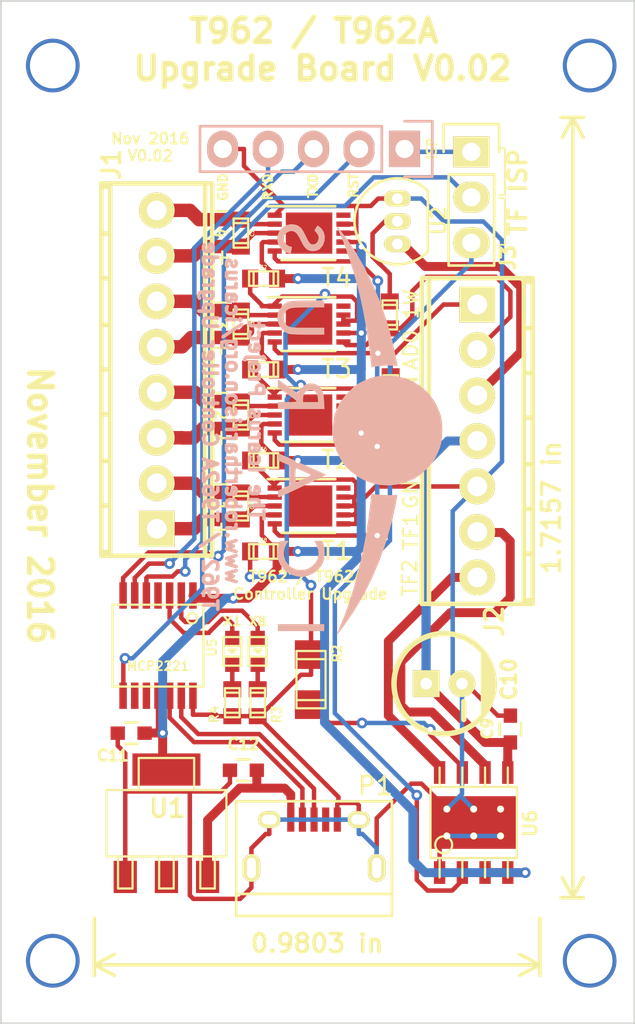
<source format=kicad_pcb>
(kicad_pcb (version 20171130) (host pcbnew "(5.1.12)-1")

  (general
    (thickness 1.6)
    (drawings 48)
    (tracks 580)
    (zones 0)
    (modules 37)
    (nets 40)
  )

  (page A4)
  (layers
    (0 F.Cu signal)
    (31 B.Cu signal)
    (32 B.Adhes user hide)
    (33 F.Adhes user hide)
    (34 B.Paste user hide)
    (35 F.Paste user hide)
    (36 B.SilkS user hide)
    (37 F.SilkS user hide)
    (38 B.Mask user hide)
    (39 F.Mask user hide)
    (40 Dwgs.User user hide)
    (41 Cmts.User user hide)
    (42 Eco1.User user hide)
    (43 Eco2.User user hide)
    (44 Edge.Cuts user)
    (45 Margin user hide)
    (46 B.CrtYd user hide)
    (47 F.CrtYd user hide)
    (48 B.Fab user hide)
    (49 F.Fab user hide)
  )

  (setup
    (last_trace_width 0.25)
    (trace_clearance 0.2)
    (zone_clearance 0.254)
    (zone_45_only yes)
    (trace_min 0.2)
    (via_size 0.6)
    (via_drill 0.3)
    (via_min_size 0.6)
    (via_min_drill 0.3)
    (uvia_size 0.3)
    (uvia_drill 0.1)
    (uvias_allowed no)
    (uvia_min_size 0.2)
    (uvia_min_drill 0.1)
    (edge_width 0.1)
    (segment_width 0.1)
    (pcb_text_width 0.3)
    (pcb_text_size 1.5 1.5)
    (mod_edge_width 0.15)
    (mod_text_size 1 1)
    (mod_text_width 0.15)
    (pad_size 2.6 2.3)
    (pad_drill 0)
    (pad_to_mask_clearance 0.2)
    (pad_to_paste_clearance -0.07)
    (aux_axis_origin 0 0)
    (visible_elements 7FFFFF7F)
    (pcbplotparams
      (layerselection 0x014f8_80000001)
      (usegerberextensions true)
      (usegerberattributes true)
      (usegerberadvancedattributes true)
      (creategerberjobfile true)
      (excludeedgelayer true)
      (linewidth 0.100000)
      (plotframeref false)
      (viasonmask false)
      (mode 1)
      (useauxorigin false)
      (hpglpennumber 1)
      (hpglpenspeed 20)
      (hpglpendiameter 15.000000)
      (psnegative false)
      (psa4output false)
      (plotreference true)
      (plotvalue true)
      (plotinvisibletext false)
      (padsonsilk false)
      (subtractmaskfromsilk false)
      (outputformat 1)
      (mirror false)
      (drillshape 0)
      (scaleselection 1)
      (outputdirectory "gerbers"))
  )

  (net 0 "")
  (net 1 GND)
  (net 2 1W)
  (net 3 VCC)
  (net 4 T1+)
  (net 5 T1-)
  (net 6 T2+)
  (net 7 T2-)
  (net 8 T3+)
  (net 9 T3-)
  (net 10 T4+)
  (net 11 T4-)
  (net 12 D-)
  (net 13 D+)
  (net 14 n_ISP)
  (net 15 n_RESET)
  (net 16 TXD0)
  (net 17 RXD0)
  (net 18 LEDRX)
  (net 19 LEDTX)
  (net 20 GP2)
  (net 21 12V)
  (net 22 INT2)
  (net 23 "Net-(R2-Pad1)")
  (net 24 5V)
  (net 25 "Net-(LD1-Pad2)")
  (net 26 "Net-(LD2-Pad2)")
  (net 27 OUT1)
  (net 28 OUT2)
  (net 29 AD0)
  (net 30 FAN1)
  (net 31 "Net-(R5-Pad2)")
  (net 32 "Net-(P1-Pad4)")
  (net 33 "Net-(T1-Pad10)")
  (net 34 "Net-(T2-Pad10)")
  (net 35 "Net-(T3-Pad10)")
  (net 36 "Net-(T4-Pad10)")
  (net 37 "Net-(U5-Pad4)")
  (net 38 "Net-(U5-Pad9)")
  (net 39 "Net-(U5-Pad10)")

  (net_class Default "This is the default net class."
    (clearance 0.2)
    (trace_width 0.25)
    (via_dia 0.6)
    (via_drill 0.3)
    (uvia_dia 0.3)
    (uvia_drill 0.1)
    (add_net 1W)
    (add_net 5V)
    (add_net AD0)
    (add_net D+)
    (add_net D-)
    (add_net FAN1)
    (add_net GND)
    (add_net GP2)
    (add_net INT2)
    (add_net LEDRX)
    (add_net LEDTX)
    (add_net "Net-(LD1-Pad2)")
    (add_net "Net-(LD2-Pad2)")
    (add_net "Net-(P1-Pad4)")
    (add_net "Net-(R2-Pad1)")
    (add_net "Net-(R5-Pad2)")
    (add_net "Net-(T1-Pad10)")
    (add_net "Net-(T2-Pad10)")
    (add_net "Net-(T3-Pad10)")
    (add_net "Net-(T4-Pad10)")
    (add_net "Net-(U5-Pad10)")
    (add_net "Net-(U5-Pad4)")
    (add_net "Net-(U5-Pad9)")
    (add_net OUT1)
    (add_net OUT2)
    (add_net RXD0)
    (add_net TXD0)
    (add_net n_ISP)
    (add_net n_RESET)
  )

  (net_class TS ""
    (clearance 0.2)
    (trace_width 0.75)
    (via_dia 0.6)
    (via_drill 0.3)
    (uvia_dia 0.3)
    (uvia_drill 0.1)
    (add_net T1+)
    (add_net T1-)
    (add_net T2+)
    (add_net T2-)
    (add_net T3+)
    (add_net T3-)
    (add_net T4+)
    (add_net T4-)
  )

  (net_class VCC ""
    (clearance 0.2)
    (trace_width 0.5)
    (via_dia 0.6)
    (via_drill 0.3)
    (uvia_dia 0.3)
    (uvia_drill 0.1)
    (add_net 12V)
    (add_net VCC)
  )

  (module w_conn_mpt:mpt_0,5%2f8-2,54 (layer F.Cu) (tedit 5823309E) (tstamp 57F8B406)
    (at 135.811 106.98 270)
    (descr "8-way 2.54mm pitch terminal block, Phoenix MPT series")
    (path /57F8AFA1)
    (fp_text reference J1 (at -11.45 2.541 270) (layer F.SilkS)
      (effects (font (size 1 1) (thickness 0.2)))
    )
    (fp_text value HEADER_8 (at 0.127 -4.318 270) (layer F.SilkS) hide
      (effects (font (size 1.524 1.524) (thickness 0.3048)))
    )
    (fp_line (start -10.39622 -3.0988) (end -10.39622 3.0988) (layer F.SilkS) (width 0.254))
    (fp_line (start 10.39622 3.0988) (end 10.39622 -3.0988) (layer F.SilkS) (width 0.254))
    (fp_line (start -7.5946 3.0988) (end -7.5946 2.60096) (layer F.SilkS) (width 0.254))
    (fp_line (start 10.1981 2.60096) (end 10.1981 3.0988) (layer F.SilkS) (width 0.254))
    (fp_line (start -10.1981 3.0988) (end -10.1981 2.60096) (layer F.SilkS) (width 0.254))
    (fp_line (start -5.09778 2.60096) (end -5.09778 3.0988) (layer F.SilkS) (width 0.254))
    (fp_line (start -2.49936 2.60096) (end -2.49936 3.0988) (layer F.SilkS) (width 0.254))
    (fp_line (start 2.5019 2.60096) (end 2.5019 3.0988) (layer F.SilkS) (width 0.254))
    (fp_line (start 5.10032 2.60096) (end 5.10032 3.0988) (layer F.SilkS) (width 0.254))
    (fp_line (start 7.59968 2.60096) (end 7.59968 3.0988) (layer F.SilkS) (width 0.254))
    (fp_line (start 0 2.60096) (end 0 3.0988) (layer F.SilkS) (width 0.254))
    (fp_line (start -10.39876 2.60096) (end 10.39876 2.60096) (layer F.SilkS) (width 0.254))
    (fp_line (start 10.39876 3.0988) (end -10.39876 3.0988) (layer F.SilkS) (width 0.254))
    (fp_line (start -10.39876 -2.70002) (end 10.39876 -2.70002) (layer F.SilkS) (width 0.254))
    (fp_line (start 10.39876 -3.0988) (end -10.39876 -3.0988) (layer F.SilkS) (width 0.254))
    (pad 4 thru_hole oval (at 1.27 0 270) (size 1.99898 1.99898) (drill 1.09728) (layers *.Cu *.Mask F.SilkS)
      (net 7 T2-))
    (pad 1 thru_hole rect (at 8.89 0 270) (size 1.99898 1.99898) (drill 1.09728) (layers *.Cu *.Mask F.SilkS)
      (net 4 T1+))
    (pad 2 thru_hole oval (at 6.35 0 270) (size 1.99898 1.99898) (drill 1.09728) (layers *.Cu *.Mask F.SilkS)
      (net 5 T1-))
    (pad 3 thru_hole oval (at 3.81 0 270) (size 1.99898 1.99898) (drill 1.09728) (layers *.Cu *.Mask F.SilkS)
      (net 6 T2+))
    (pad 5 thru_hole oval (at -1.27 0 270) (size 1.99898 1.99898) (drill 1.09728) (layers *.Cu *.Mask F.SilkS)
      (net 8 T3+))
    (pad 6 thru_hole oval (at -3.81 0 270) (size 1.99898 1.99898) (drill 1.09728) (layers *.Cu *.Mask F.SilkS)
      (net 9 T3-))
    (pad 7 thru_hole oval (at -6.35 0 270) (size 1.99898 1.99898) (drill 1.09728) (layers *.Cu *.Mask F.SilkS)
      (net 10 T4+))
    (pad 8 thru_hole oval (at -8.89 0 270) (size 1.99898 1.99898) (drill 1.09728) (layers *.Cu *.Mask F.SilkS)
      (net 11 T4-))
    (model walter/conn_mpt/mpt_0,5-8-2,54.wrl
      (at (xyz 0 0 0))
      (scale (xyz 1 1 1))
      (rotate (xyz 0 0 0))
    )
  )

  (module Pin_Headers:Pin_Header_Straight_1x05 (layer B.Cu) (tedit 58232B8A) (tstamp 57F8B82E)
    (at 149.654 94.661 90)
    (descr "Through hole pin header")
    (tags "pin header")
    (path /57F7DFD7)
    (fp_text reference P2 (at 0 -12.573 180) (layer B.SilkS) hide
      (effects (font (size 1 1) (thickness 0.15)) (justify mirror))
    )
    (fp_text value CONN_01X05 (at -2.032 -5.207 180) (layer B.Fab) hide
      (effects (font (size 1 1) (thickness 0.15)) (justify mirror))
    )
    (fp_line (start 1.27 -1.27) (end -1.27 -1.27) (layer B.SilkS) (width 0.15))
    (fp_line (start -1.27 -11.43) (end -1.27 -1.27) (layer B.SilkS) (width 0.15))
    (fp_line (start 1.27 -11.43) (end -1.27 -11.43) (layer B.SilkS) (width 0.15))
    (fp_line (start 1.27 -1.27) (end 1.27 -11.43) (layer B.SilkS) (width 0.15))
    (fp_line (start -1.75 -11.95) (end 1.75 -11.95) (layer B.CrtYd) (width 0.05))
    (fp_line (start -1.75 1.75) (end 1.75 1.75) (layer B.CrtYd) (width 0.05))
    (fp_line (start 1.75 1.75) (end 1.75 -11.95) (layer B.CrtYd) (width 0.05))
    (fp_line (start -1.75 1.75) (end -1.75 -11.95) (layer B.CrtYd) (width 0.05))
    (fp_line (start 1.55 1.55) (end 1.55 0) (layer B.SilkS) (width 0.15))
    (fp_line (start -1.55 1.55) (end 1.55 1.55) (layer B.SilkS) (width 0.15))
    (fp_line (start -1.55 0) (end -1.55 1.55) (layer B.SilkS) (width 0.15))
    (pad 1 thru_hole rect (at 0 0 90) (size 2.032 1.7272) (drill 1.016) (layers *.Cu *.Mask B.SilkS)
      (net 14 n_ISP))
    (pad 2 thru_hole oval (at 0 -2.54 90) (size 2.032 1.7272) (drill 1.016) (layers *.Cu *.Mask B.SilkS)
      (net 15 n_RESET))
    (pad 3 thru_hole oval (at 0 -5.08 90) (size 2.032 1.7272) (drill 1.016) (layers *.Cu *.Mask B.SilkS)
      (net 16 TXD0))
    (pad 4 thru_hole oval (at 0 -7.62 90) (size 2.032 1.7272) (drill 1.016) (layers *.Cu *.Mask B.SilkS)
      (net 17 RXD0))
    (pad 5 thru_hole oval (at 0 -10.16 90) (size 2.032 1.7272) (drill 1.016) (layers *.Cu *.Mask B.SilkS)
      (net 1 GND))
    (model Pin_Headers.3dshapes/Pin_Header_Straight_1x05.wrl
      (offset (xyz 0 -5.079999923706055 0))
      (scale (xyz 1 1 1))
      (rotate (xyz 0 0 90))
    )
  )

  (module w_smd_cap:c_0603 (layer F.Cu) (tedit 0) (tstamp 57F8B942)
    (at 140.51 99.36 270)
    (descr "SMT capacitor, 0603")
    (path /57F7F4FB)
    (fp_text reference C1 (at 0 -0.635 270) (layer F.SilkS)
      (effects (font (size 0.20066 0.20066) (thickness 0.04064)))
    )
    (fp_text value 10nF (at 0 0.635 270) (layer F.SilkS) hide
      (effects (font (size 0.20066 0.20066) (thickness 0.04064)))
    )
    (fp_line (start -0.8128 0.4064) (end -0.8128 -0.4064) (layer F.SilkS) (width 0.127))
    (fp_line (start 0.8128 0.4064) (end -0.8128 0.4064) (layer F.SilkS) (width 0.127))
    (fp_line (start 0.8128 -0.4064) (end 0.8128 0.4064) (layer F.SilkS) (width 0.127))
    (fp_line (start -0.8128 -0.4064) (end 0.8128 -0.4064) (layer F.SilkS) (width 0.127))
    (fp_line (start -0.5588 -0.381) (end -0.5588 0.4064) (layer F.SilkS) (width 0.127))
    (fp_line (start 0.5588 0.4064) (end 0.5588 -0.4064) (layer F.SilkS) (width 0.127))
    (pad 1 smd rect (at 0.75184 0 270) (size 0.89916 1.00076) (layers F.Cu F.Paste F.Mask)
      (net 10 T4+))
    (pad 2 smd rect (at -0.75184 0 270) (size 0.89916 1.00076) (layers F.Cu F.Paste F.Mask)
      (net 11 T4-))
    (model walter/smd_cap/c_0603.wrl
      (at (xyz 0 0 0))
      (scale (xyz 1 1 1))
      (rotate (xyz 0 0 0))
    )
  )

  (module w_smd_cap:c_0603 (layer F.Cu) (tedit 0) (tstamp 57F8B947)
    (at 141.78 101.9)
    (descr "SMT capacitor, 0603")
    (path /57F7FDEC)
    (fp_text reference C2 (at 0 -0.635) (layer F.SilkS)
      (effects (font (size 0.20066 0.20066) (thickness 0.04064)))
    )
    (fp_text value 100nF (at 0 0.635) (layer F.SilkS) hide
      (effects (font (size 0.20066 0.20066) (thickness 0.04064)))
    )
    (fp_line (start -0.8128 0.4064) (end -0.8128 -0.4064) (layer F.SilkS) (width 0.127))
    (fp_line (start 0.8128 0.4064) (end -0.8128 0.4064) (layer F.SilkS) (width 0.127))
    (fp_line (start 0.8128 -0.4064) (end 0.8128 0.4064) (layer F.SilkS) (width 0.127))
    (fp_line (start -0.8128 -0.4064) (end 0.8128 -0.4064) (layer F.SilkS) (width 0.127))
    (fp_line (start -0.5588 -0.381) (end -0.5588 0.4064) (layer F.SilkS) (width 0.127))
    (fp_line (start 0.5588 0.4064) (end 0.5588 -0.4064) (layer F.SilkS) (width 0.127))
    (pad 1 smd rect (at 0.75184 0) (size 0.89916 1.00076) (layers F.Cu F.Paste F.Mask)
      (net 3 VCC))
    (pad 2 smd rect (at -0.75184 0) (size 0.89916 1.00076) (layers F.Cu F.Paste F.Mask)
      (net 1 GND))
    (model walter/smd_cap/c_0603.wrl
      (at (xyz 0 0 0))
      (scale (xyz 1 1 1))
      (rotate (xyz 0 0 0))
    )
  )

  (module w_smd_cap:c_0603 (layer F.Cu) (tedit 0) (tstamp 57F8B94C)
    (at 140.51 104.44 270)
    (descr "SMT capacitor, 0603")
    (path /57F7F5C9)
    (fp_text reference C3 (at 0 -0.635 270) (layer F.SilkS)
      (effects (font (size 0.20066 0.20066) (thickness 0.04064)))
    )
    (fp_text value 10nF (at 0 0.635 270) (layer F.SilkS) hide
      (effects (font (size 0.20066 0.20066) (thickness 0.04064)))
    )
    (fp_line (start -0.8128 0.4064) (end -0.8128 -0.4064) (layer F.SilkS) (width 0.127))
    (fp_line (start 0.8128 0.4064) (end -0.8128 0.4064) (layer F.SilkS) (width 0.127))
    (fp_line (start 0.8128 -0.4064) (end 0.8128 0.4064) (layer F.SilkS) (width 0.127))
    (fp_line (start -0.8128 -0.4064) (end 0.8128 -0.4064) (layer F.SilkS) (width 0.127))
    (fp_line (start -0.5588 -0.381) (end -0.5588 0.4064) (layer F.SilkS) (width 0.127))
    (fp_line (start 0.5588 0.4064) (end 0.5588 -0.4064) (layer F.SilkS) (width 0.127))
    (pad 1 smd rect (at 0.75184 0 270) (size 0.89916 1.00076) (layers F.Cu F.Paste F.Mask)
      (net 8 T3+))
    (pad 2 smd rect (at -0.75184 0 270) (size 0.89916 1.00076) (layers F.Cu F.Paste F.Mask)
      (net 9 T3-))
    (model walter/smd_cap/c_0603.wrl
      (at (xyz 0 0 0))
      (scale (xyz 1 1 1))
      (rotate (xyz 0 0 0))
    )
  )

  (module w_smd_cap:c_0603 (layer F.Cu) (tedit 0) (tstamp 57F8B951)
    (at 141.78 106.98)
    (descr "SMT capacitor, 0603")
    (path /57F7FD8C)
    (fp_text reference C4 (at 0 -0.635) (layer F.SilkS)
      (effects (font (size 0.20066 0.20066) (thickness 0.04064)))
    )
    (fp_text value 100nF (at 0 0.635) (layer F.SilkS) hide
      (effects (font (size 0.20066 0.20066) (thickness 0.04064)))
    )
    (fp_line (start -0.8128 0.4064) (end -0.8128 -0.4064) (layer F.SilkS) (width 0.127))
    (fp_line (start 0.8128 0.4064) (end -0.8128 0.4064) (layer F.SilkS) (width 0.127))
    (fp_line (start 0.8128 -0.4064) (end 0.8128 0.4064) (layer F.SilkS) (width 0.127))
    (fp_line (start -0.8128 -0.4064) (end 0.8128 -0.4064) (layer F.SilkS) (width 0.127))
    (fp_line (start -0.5588 -0.381) (end -0.5588 0.4064) (layer F.SilkS) (width 0.127))
    (fp_line (start 0.5588 0.4064) (end 0.5588 -0.4064) (layer F.SilkS) (width 0.127))
    (pad 1 smd rect (at 0.75184 0) (size 0.89916 1.00076) (layers F.Cu F.Paste F.Mask)
      (net 3 VCC))
    (pad 2 smd rect (at -0.75184 0) (size 0.89916 1.00076) (layers F.Cu F.Paste F.Mask)
      (net 1 GND))
    (model walter/smd_cap/c_0603.wrl
      (at (xyz 0 0 0))
      (scale (xyz 1 1 1))
      (rotate (xyz 0 0 0))
    )
  )

  (module w_smd_cap:c_0603 (layer F.Cu) (tedit 0) (tstamp 57F8B956)
    (at 140.51 109.52 270)
    (descr "SMT capacitor, 0603")
    (path /57F7F6D7)
    (fp_text reference C5 (at 0 -0.635 270) (layer F.SilkS)
      (effects (font (size 0.20066 0.20066) (thickness 0.04064)))
    )
    (fp_text value 10nF (at 0 0.635 270) (layer F.SilkS) hide
      (effects (font (size 0.20066 0.20066) (thickness 0.04064)))
    )
    (fp_line (start -0.8128 0.4064) (end -0.8128 -0.4064) (layer F.SilkS) (width 0.127))
    (fp_line (start 0.8128 0.4064) (end -0.8128 0.4064) (layer F.SilkS) (width 0.127))
    (fp_line (start 0.8128 -0.4064) (end 0.8128 0.4064) (layer F.SilkS) (width 0.127))
    (fp_line (start -0.8128 -0.4064) (end 0.8128 -0.4064) (layer F.SilkS) (width 0.127))
    (fp_line (start -0.5588 -0.381) (end -0.5588 0.4064) (layer F.SilkS) (width 0.127))
    (fp_line (start 0.5588 0.4064) (end 0.5588 -0.4064) (layer F.SilkS) (width 0.127))
    (pad 1 smd rect (at 0.75184 0 270) (size 0.89916 1.00076) (layers F.Cu F.Paste F.Mask)
      (net 6 T2+))
    (pad 2 smd rect (at -0.75184 0 270) (size 0.89916 1.00076) (layers F.Cu F.Paste F.Mask)
      (net 7 T2-))
    (model walter/smd_cap/c_0603.wrl
      (at (xyz 0 0 0))
      (scale (xyz 1 1 1))
      (rotate (xyz 0 0 0))
    )
  )

  (module w_smd_cap:c_0603 (layer F.Cu) (tedit 0) (tstamp 57F8B95B)
    (at 141.78 112.06)
    (descr "SMT capacitor, 0603")
    (path /57F7FD13)
    (fp_text reference C6 (at 0 -0.635) (layer F.SilkS)
      (effects (font (size 0.20066 0.20066) (thickness 0.04064)))
    )
    (fp_text value 100nF (at 0 0.635) (layer F.SilkS) hide
      (effects (font (size 0.20066 0.20066) (thickness 0.04064)))
    )
    (fp_line (start -0.8128 0.4064) (end -0.8128 -0.4064) (layer F.SilkS) (width 0.127))
    (fp_line (start 0.8128 0.4064) (end -0.8128 0.4064) (layer F.SilkS) (width 0.127))
    (fp_line (start 0.8128 -0.4064) (end 0.8128 0.4064) (layer F.SilkS) (width 0.127))
    (fp_line (start -0.8128 -0.4064) (end 0.8128 -0.4064) (layer F.SilkS) (width 0.127))
    (fp_line (start -0.5588 -0.381) (end -0.5588 0.4064) (layer F.SilkS) (width 0.127))
    (fp_line (start 0.5588 0.4064) (end 0.5588 -0.4064) (layer F.SilkS) (width 0.127))
    (pad 1 smd rect (at 0.75184 0) (size 0.89916 1.00076) (layers F.Cu F.Paste F.Mask)
      (net 3 VCC))
    (pad 2 smd rect (at -0.75184 0) (size 0.89916 1.00076) (layers F.Cu F.Paste F.Mask)
      (net 1 GND))
    (model walter/smd_cap/c_0603.wrl
      (at (xyz 0 0 0))
      (scale (xyz 1 1 1))
      (rotate (xyz 0 0 0))
    )
  )

  (module w_smd_cap:c_0603 (layer F.Cu) (tedit 0) (tstamp 57F8B960)
    (at 140.51 114.6 270)
    (descr "SMT capacitor, 0603")
    (path /57F7F785)
    (fp_text reference C7 (at 0 -0.635 270) (layer F.SilkS)
      (effects (font (size 0.20066 0.20066) (thickness 0.04064)))
    )
    (fp_text value 10nF (at 0 0.635 270) (layer F.SilkS) hide
      (effects (font (size 0.20066 0.20066) (thickness 0.04064)))
    )
    (fp_line (start -0.8128 0.4064) (end -0.8128 -0.4064) (layer F.SilkS) (width 0.127))
    (fp_line (start 0.8128 0.4064) (end -0.8128 0.4064) (layer F.SilkS) (width 0.127))
    (fp_line (start 0.8128 -0.4064) (end 0.8128 0.4064) (layer F.SilkS) (width 0.127))
    (fp_line (start -0.8128 -0.4064) (end 0.8128 -0.4064) (layer F.SilkS) (width 0.127))
    (fp_line (start -0.5588 -0.381) (end -0.5588 0.4064) (layer F.SilkS) (width 0.127))
    (fp_line (start 0.5588 0.4064) (end 0.5588 -0.4064) (layer F.SilkS) (width 0.127))
    (pad 1 smd rect (at 0.75184 0 270) (size 0.89916 1.00076) (layers F.Cu F.Paste F.Mask)
      (net 4 T1+))
    (pad 2 smd rect (at -0.75184 0 270) (size 0.89916 1.00076) (layers F.Cu F.Paste F.Mask)
      (net 5 T1-))
    (model walter/smd_cap/c_0603.wrl
      (at (xyz 0 0 0))
      (scale (xyz 1 1 1))
      (rotate (xyz 0 0 0))
    )
  )

  (module w_smd_cap:c_0603 (layer F.Cu) (tedit 0) (tstamp 57F8B965)
    (at 141.78 117.14)
    (descr "SMT capacitor, 0603")
    (path /57F7F83B)
    (fp_text reference C8 (at 0 -0.635) (layer F.SilkS)
      (effects (font (size 0.20066 0.20066) (thickness 0.04064)))
    )
    (fp_text value 100nF (at 0 0.635) (layer F.SilkS) hide
      (effects (font (size 0.20066 0.20066) (thickness 0.04064)))
    )
    (fp_line (start -0.8128 0.4064) (end -0.8128 -0.4064) (layer F.SilkS) (width 0.127))
    (fp_line (start 0.8128 0.4064) (end -0.8128 0.4064) (layer F.SilkS) (width 0.127))
    (fp_line (start 0.8128 -0.4064) (end 0.8128 0.4064) (layer F.SilkS) (width 0.127))
    (fp_line (start -0.8128 -0.4064) (end 0.8128 -0.4064) (layer F.SilkS) (width 0.127))
    (fp_line (start -0.5588 -0.381) (end -0.5588 0.4064) (layer F.SilkS) (width 0.127))
    (fp_line (start 0.5588 0.4064) (end 0.5588 -0.4064) (layer F.SilkS) (width 0.127))
    (pad 1 smd rect (at 0.75184 0) (size 0.89916 1.00076) (layers F.Cu F.Paste F.Mask)
      (net 3 VCC))
    (pad 2 smd rect (at -0.75184 0) (size 0.89916 1.00076) (layers F.Cu F.Paste F.Mask)
      (net 1 GND))
    (model walter/smd_cap/c_0603.wrl
      (at (xyz 0 0 0))
      (scale (xyz 1 1 1))
      (rotate (xyz 0 0 0))
    )
  )

  (module w_smd_dil:tssop-14 (layer F.Cu) (tedit 57F8FA12) (tstamp 57F8FA4D)
    (at 135.88 122.4 180)
    (descr TSSOP-14)
    (path /57F90260)
    (fp_text reference U5 (at -3.01772 -0.11308 270) (layer F.SilkS)
      (effects (font (size 0.50038 0.50038) (thickness 0.09906)))
    )
    (fp_text value MCP2221 (at 0 -1.143 180) (layer F.SilkS)
      (effects (font (size 0.50038 0.50038) (thickness 0.09906)))
    )
    (fp_line (start 2.54 2.286) (end 2.54 -2.286) (layer F.SilkS) (width 0.127))
    (fp_line (start -2.54 2.286) (end 2.54 2.286) (layer F.SilkS) (width 0.127))
    (fp_line (start -2.54 -2.286) (end -2.54 2.286) (layer F.SilkS) (width 0.127))
    (fp_line (start 2.54 -2.286) (end -2.54 -2.286) (layer F.SilkS) (width 0.127))
    (fp_circle (center -1.905 1.524) (end -2.032 1.778) (layer F.SilkS) (width 0.127))
    (pad 4 smd rect (at 0 2.79908 180) (size 0.4191 1.47066) (layers F.Cu F.Paste F.Mask)
      (net 37 "Net-(U5-Pad4)"))
    (pad 5 smd rect (at 0.65024 2.79908 180) (size 0.4191 1.47066) (layers F.Cu F.Paste F.Mask)
      (net 16 TXD0))
    (pad 6 smd rect (at 1.30048 2.79908 180) (size 0.4191 1.47066) (layers F.Cu F.Paste F.Mask)
      (net 17 RXD0))
    (pad 7 smd rect (at 1.95072 2.79908 180) (size 0.4191 1.47066) (layers F.Cu F.Paste F.Mask)
      (net 20 GP2))
    (pad 8 smd rect (at 1.95072 -2.79908 180) (size 0.4191 1.47066) (layers F.Cu F.Paste F.Mask)
      (net 15 n_RESET))
    (pad 1 smd rect (at -1.95072 2.79908 180) (size 0.4191 1.47066) (layers F.Cu F.Paste F.Mask)
      (net 3 VCC))
    (pad 2 smd rect (at -1.30048 2.79908 180) (size 0.4191 1.47066) (layers F.Cu F.Paste F.Mask)
      (net 18 LEDRX))
    (pad 3 smd rect (at -0.65024 2.79908 180) (size 0.4191 1.47066) (layers F.Cu F.Paste F.Mask)
      (net 19 LEDTX))
    (pad 9 smd rect (at 1.30048 -2.79908 180) (size 0.4191 1.47066) (layers F.Cu F.Paste F.Mask)
      (net 38 "Net-(U5-Pad9)"))
    (pad 10 smd rect (at 0.65024 -2.79908 180) (size 0.4191 1.47066) (layers F.Cu F.Paste F.Mask)
      (net 39 "Net-(U5-Pad10)"))
    (pad 11 smd rect (at 0 -2.79908 180) (size 0.4191 1.47066) (layers F.Cu F.Paste F.Mask)
      (net 3 VCC))
    (pad 12 smd rect (at -0.65024 -2.79908 180) (size 0.4191 1.47066) (layers F.Cu F.Paste F.Mask)
      (net 12 D-))
    (pad 13 smd rect (at -1.30048 -2.79908 180) (size 0.4191 1.47066) (layers F.Cu F.Paste F.Mask)
      (net 13 D+))
    (pad 14 smd rect (at -1.95072 -2.79908 180) (size 0.4191 1.47066) (layers F.Cu F.Paste F.Mask)
      (net 1 GND))
    (model walter/smd_dil/tssop-14.wrl
      (at (xyz 0 0 0))
      (scale (xyz 1 1 1))
      (rotate (xyz 0 0 0))
    )
  )

  (module w_smd_leds:Led_0603 (layer F.Cu) (tedit 57F9166E) (tstamp 57F914D4)
    (at 141.45 122.721 270)
    (descr "SMD LED, 0603")
    (path /57F91828)
    (fp_text reference LD1 (at 0 -1.09982 270) (layer F.SilkS) hide
      (effects (font (size 0.59944 0.59944) (thickness 0.11938)))
    )
    (fp_text value LED (at 0 1.19888 270) (layer F.SilkS) hide
      (effects (font (size 0.59944 0.59944) (thickness 0.11938)))
    )
    (fp_line (start -0.8001 0.50038) (end -0.8001 -0.50038) (layer F.SilkS) (width 0.127))
    (fp_line (start 0.8001 0.50038) (end -0.8001 0.50038) (layer F.SilkS) (width 0.127))
    (fp_line (start 0.8001 -0.50038) (end 0.8001 0.50038) (layer F.SilkS) (width 0.127))
    (fp_line (start -0.8001 -0.50038) (end 0.8001 -0.50038) (layer F.SilkS) (width 0.127))
    (fp_line (start 0.09906 0) (end -0.09906 -0.20066) (layer F.SilkS) (width 0.127))
    (fp_line (start -0.09906 0.20066) (end 0.09906 0) (layer F.SilkS) (width 0.127))
    (fp_line (start -0.09906 -0.20066) (end -0.09906 0.20066) (layer F.SilkS) (width 0.127))
    (fp_line (start 0 0.09906) (end 0 -0.09906) (layer F.SilkS) (width 0.127))
    (fp_line (start -0.29972 -0.50038) (end -0.29972 0.50038) (layer F.SilkS) (width 0.127))
    (fp_line (start 0.29972 0.50038) (end 0.29972 -0.50038) (layer F.SilkS) (width 0.127))
    (pad 1 smd rect (at -0.7493 0 270) (size 0.79756 0.79756) (layers F.Cu F.Paste F.Mask)
      (net 18 LEDRX))
    (pad 2 smd rect (at 0.7493 0 270) (size 0.79756 0.79756) (layers F.Cu F.Paste F.Mask)
      (net 25 "Net-(LD1-Pad2)"))
    (model walter/smd_leds/led_0603.wrl
      (at (xyz 0 0 0))
      (scale (xyz 1 1 1))
      (rotate (xyz 0 0 0))
    )
  )

  (module w_smd_leds:Led_0603 (layer F.Cu) (tedit 57F91668) (tstamp 57F914DA)
    (at 140.03 122.721 270)
    (descr "SMD LED, 0603")
    (path /57F918E3)
    (fp_text reference LD2 (at 0 -1.09982 270) (layer F.SilkS) hide
      (effects (font (size 0.59944 0.59944) (thickness 0.11938)))
    )
    (fp_text value LED (at 0 1.19888 270) (layer F.SilkS) hide
      (effects (font (size 0.59944 0.59944) (thickness 0.11938)))
    )
    (fp_line (start -0.8001 0.50038) (end -0.8001 -0.50038) (layer F.SilkS) (width 0.127))
    (fp_line (start 0.8001 0.50038) (end -0.8001 0.50038) (layer F.SilkS) (width 0.127))
    (fp_line (start 0.8001 -0.50038) (end 0.8001 0.50038) (layer F.SilkS) (width 0.127))
    (fp_line (start -0.8001 -0.50038) (end 0.8001 -0.50038) (layer F.SilkS) (width 0.127))
    (fp_line (start 0.09906 0) (end -0.09906 -0.20066) (layer F.SilkS) (width 0.127))
    (fp_line (start -0.09906 0.20066) (end 0.09906 0) (layer F.SilkS) (width 0.127))
    (fp_line (start -0.09906 -0.20066) (end -0.09906 0.20066) (layer F.SilkS) (width 0.127))
    (fp_line (start 0 0.09906) (end 0 -0.09906) (layer F.SilkS) (width 0.127))
    (fp_line (start -0.29972 -0.50038) (end -0.29972 0.50038) (layer F.SilkS) (width 0.127))
    (fp_line (start 0.29972 0.50038) (end 0.29972 -0.50038) (layer F.SilkS) (width 0.127))
    (pad 1 smd rect (at -0.7493 0 270) (size 0.79756 0.79756) (layers F.Cu F.Paste F.Mask)
      (net 19 LEDTX))
    (pad 2 smd rect (at 0.7493 0 270) (size 0.79756 0.79756) (layers F.Cu F.Paste F.Mask)
      (net 26 "Net-(LD2-Pad2)"))
    (model walter/smd_leds/led_0603.wrl
      (at (xyz 0 0 0))
      (scale (xyz 1 1 1))
      (rotate (xyz 0 0 0))
    )
  )

  (module T962A:MAX31850_MAX31851_TDFN_EP (layer F.Cu) (tedit 58247555) (tstamp 57F7F5CB)
    (at 144.32 104.44)
    (path /57F7E7E5)
    (fp_text reference T3 (at 1.536 2.5) (layer F.SilkS)
      (effects (font (size 1 1) (thickness 0.15)))
    )
    (fp_text value MAX31850 (at 0 -5.08) (layer F.Fab) hide
      (effects (font (size 1 1) (thickness 0.15)))
    )
    (fp_line (start 1.464 -1.5) (end -1.536 -1.5) (layer F.SilkS) (width 0.15))
    (fp_line (start -1.536 1.5) (end 1.464 1.5) (layer F.SilkS) (width 0.15))
    (fp_line (start -1.536 -1.5) (end -2.304 -1.5) (layer F.SilkS) (width 0.15))
    (pad 1 smd rect (at -1.92 -1) (size 0.79 0.3) (layers F.Cu F.Paste F.Mask)
      (net 1 GND) (solder_mask_margin 0.01) (solder_paste_margin -0.05) (clearance 0.01))
    (pad 2 smd rect (at -1.92 -0.5) (size 0.79 0.3) (layers F.Cu F.Paste F.Mask)
      (net 9 T3-) (solder_mask_margin 0.01) (solder_paste_margin -0.05) (clearance 0.01))
    (pad 3 smd rect (at -1.92 0) (size 0.79 0.3) (layers F.Cu F.Paste F.Mask)
      (net 8 T3+) (solder_mask_margin 0.01) (solder_paste_margin -0.05) (clearance 0.01))
    (pad 4 smd rect (at -1.92 0.5) (size 0.79 0.3) (layers F.Cu F.Paste F.Mask)
      (net 3 VCC) (solder_mask_margin 0.01) (solder_paste_margin -0.05) (clearance 0.01))
    (pad 5 smd rect (at -1.92 1) (size 0.79 0.3) (layers F.Cu F.Paste F.Mask)
      (net 2 1W) (solder_mask_margin 0.01) (solder_paste_margin -0.05) (clearance 0.01))
    (pad 10 smd rect (at 1.92 -1) (size 0.79 0.3) (layers F.Cu F.Paste F.Mask)
      (net 35 "Net-(T3-Pad10)") (solder_mask_margin 0.01) (solder_paste_margin -0.05) (clearance 0.01))
    (pad 9 smd rect (at 1.92 -0.5) (size 0.79 0.3) (layers F.Cu F.Paste F.Mask)
      (net 1 GND) (solder_mask_margin 0.01) (solder_paste_margin -0.05) (clearance 0.01))
    (pad 8 smd rect (at 1.92 0) (size 0.79 0.3) (layers F.Cu F.Paste F.Mask)
      (net 1 GND) (solder_mask_margin 0.01) (solder_paste_margin -0.05) (clearance 0.01))
    (pad 7 smd rect (at 1.92 0.5) (size 0.79 0.3) (layers F.Cu F.Paste F.Mask)
      (net 3 VCC) (solder_mask_margin 0.01) (solder_paste_margin -0.05) (clearance 0.01))
    (pad 6 smd rect (at 1.92 1) (size 0.79 0.3) (layers F.Cu F.Paste F.Mask)
      (net 1 GND) (solder_mask_margin 0.01) (solder_paste_margin -0.05) (clearance 0.01))
    (pad "" smd rect (at 0 0) (size 2.6 2.3) (layers F.Cu F.Paste F.Mask)
      (solder_mask_margin 0.01) (solder_paste_margin -0.05) (clearance 0.01))
    (model walter/smd_qfn/dfn10_3x3.wrl
      (at (xyz 0 0 0))
      (scale (xyz 1.333333 1 1))
      (rotate (xyz 0 0 0))
    )
  )

  (module T962A:MAX31850_MAX31851_TDFN_EP (layer F.Cu) (tedit 5824754E) (tstamp 57F7F5DD)
    (at 144.32 109.52)
    (path /57F7E790)
    (fp_text reference T2 (at 1.536 2.5) (layer F.SilkS)
      (effects (font (size 1 1) (thickness 0.15)))
    )
    (fp_text value MAX31850 (at 0 -5.08) (layer F.Fab) hide
      (effects (font (size 1 1) (thickness 0.15)))
    )
    (fp_line (start 1.464 -1.5) (end -1.536 -1.5) (layer F.SilkS) (width 0.15))
    (fp_line (start -1.536 1.5) (end 1.464 1.5) (layer F.SilkS) (width 0.15))
    (fp_line (start -1.536 -1.5) (end -2.304 -1.5) (layer F.SilkS) (width 0.15))
    (pad 1 smd rect (at -1.92 -1) (size 0.79 0.3) (layers F.Cu F.Paste F.Mask)
      (net 1 GND) (solder_mask_margin 0.01) (solder_paste_margin -0.05) (clearance 0.01))
    (pad 2 smd rect (at -1.92 -0.5) (size 0.79 0.3) (layers F.Cu F.Paste F.Mask)
      (net 7 T2-) (solder_mask_margin 0.01) (solder_paste_margin -0.05) (clearance 0.01))
    (pad 3 smd rect (at -1.92 0) (size 0.79 0.3) (layers F.Cu F.Paste F.Mask)
      (net 6 T2+) (solder_mask_margin 0.01) (solder_paste_margin -0.05) (clearance 0.01))
    (pad 4 smd rect (at -1.92 0.5) (size 0.79 0.3) (layers F.Cu F.Paste F.Mask)
      (net 3 VCC) (solder_mask_margin 0.01) (solder_paste_margin -0.05) (clearance 0.01))
    (pad 5 smd rect (at -1.92 1) (size 0.79 0.3) (layers F.Cu F.Paste F.Mask)
      (net 2 1W) (solder_mask_margin 0.01) (solder_paste_margin -0.05) (clearance 0.01))
    (pad 10 smd rect (at 1.92 -1) (size 0.79 0.3) (layers F.Cu F.Paste F.Mask)
      (net 34 "Net-(T2-Pad10)") (solder_mask_margin 0.01) (solder_paste_margin -0.05) (clearance 0.01))
    (pad 9 smd rect (at 1.92 -0.5) (size 0.79 0.3) (layers F.Cu F.Paste F.Mask)
      (net 1 GND) (solder_mask_margin 0.01) (solder_paste_margin -0.05) (clearance 0.01))
    (pad 8 smd rect (at 1.92 0) (size 0.79 0.3) (layers F.Cu F.Paste F.Mask)
      (net 1 GND) (solder_mask_margin 0.01) (solder_paste_margin -0.05) (clearance 0.01))
    (pad 7 smd rect (at 1.92 0.5) (size 0.79 0.3) (layers F.Cu F.Paste F.Mask)
      (net 1 GND) (solder_mask_margin 0.01) (solder_paste_margin -0.05) (clearance 0.01))
    (pad 6 smd rect (at 1.92 1) (size 0.79 0.3) (layers F.Cu F.Paste F.Mask)
      (net 3 VCC) (solder_mask_margin 0.01) (solder_paste_margin -0.05) (clearance 0.01))
    (pad "" smd rect (at 0 0) (size 2.6 2.3) (layers F.Cu F.Paste F.Mask)
      (solder_mask_margin 0.01) (solder_paste_margin -0.05) (clearance 0.01))
    (model walter/smd_qfn/dfn10_3x3.wrl
      (at (xyz 0 0 0))
      (scale (xyz 1.333333 1 1))
      (rotate (xyz 0 0 0))
    )
  )

  (module T962A:MAX31850_MAX31851_TDFN_EP (layer F.Cu) (tedit 58247547) (tstamp 57F7F5EF)
    (at 144.32 114.6)
    (path /57F7E709)
    (fp_text reference T1 (at 1.536 2.5) (layer F.SilkS)
      (effects (font (size 1 1) (thickness 0.15)))
    )
    (fp_text value MAX31850 (at 0 -5.08) (layer F.Fab) hide
      (effects (font (size 1 1) (thickness 0.15)))
    )
    (fp_line (start 1.464 -1.5) (end -1.536 -1.5) (layer F.SilkS) (width 0.15))
    (fp_line (start -1.536 1.5) (end 1.464 1.5) (layer F.SilkS) (width 0.15))
    (fp_line (start -1.536 -1.5) (end -2.304 -1.5) (layer F.SilkS) (width 0.15))
    (pad 1 smd rect (at -1.92 -1) (size 0.79 0.3) (layers F.Cu F.Paste F.Mask)
      (net 1 GND) (solder_mask_margin 0.01) (solder_paste_margin -0.05) (clearance 0.01))
    (pad 2 smd rect (at -1.92 -0.5) (size 0.79 0.3) (layers F.Cu F.Paste F.Mask)
      (net 5 T1-) (solder_mask_margin 0.01) (solder_paste_margin -0.05) (clearance 0.01))
    (pad 3 smd rect (at -1.92 0) (size 0.79 0.3) (layers F.Cu F.Paste F.Mask)
      (net 4 T1+) (solder_mask_margin 0.01) (solder_paste_margin -0.05) (clearance 0.01))
    (pad 4 smd rect (at -1.92 0.5) (size 0.79 0.3) (layers F.Cu F.Paste F.Mask)
      (net 3 VCC) (solder_mask_margin 0.01) (solder_paste_margin -0.05) (clearance 0.01))
    (pad 5 smd rect (at -1.92 1) (size 0.79 0.3) (layers F.Cu F.Paste F.Mask)
      (net 2 1W) (solder_mask_margin 0.01) (solder_paste_margin -0.05) (clearance 0.01))
    (pad 10 smd rect (at 1.92 -1) (size 0.79 0.3) (layers F.Cu F.Paste F.Mask)
      (net 33 "Net-(T1-Pad10)") (solder_mask_margin 0.01) (solder_paste_margin -0.05) (clearance 0.01))
    (pad 9 smd rect (at 1.92 -0.5) (size 0.79 0.3) (layers F.Cu F.Paste F.Mask)
      (net 1 GND) (solder_mask_margin 0.01) (solder_paste_margin -0.05) (clearance 0.01))
    (pad 8 smd rect (at 1.92 0) (size 0.79 0.3) (layers F.Cu F.Paste F.Mask)
      (net 1 GND) (solder_mask_margin 0.01) (solder_paste_margin -0.05) (clearance 0.01))
    (pad 7 smd rect (at 1.92 0.5) (size 0.79 0.3) (layers F.Cu F.Paste F.Mask)
      (net 1 GND) (solder_mask_margin 0.01) (solder_paste_margin -0.05) (clearance 0.01))
    (pad 6 smd rect (at 1.92 1) (size 0.79 0.3) (layers F.Cu F.Paste F.Mask)
      (net 1 GND) (solder_mask_margin 0.01) (solder_paste_margin -0.05) (clearance 0.01))
    (pad "" smd rect (at 0 0) (size 2.6 2.3) (layers F.Cu F.Paste F.Mask)
      (solder_mask_margin 0.01) (solder_paste_margin -0.05) (clearance 0.01))
    (model walter/smd_qfn/dfn10_3x3.wrl
      (at (xyz 0 0 0))
      (scale (xyz 1.333333 1 1))
      (rotate (xyz 0 0 0))
    )
  )

  (module Pin_Headers:Pin_Header_Straight_1x03 (layer F.Cu) (tedit 7FFFFFFF) (tstamp 5811585B)
    (at 153.39 94.82)
    (descr "Through hole pin header")
    (tags "pin header")
    (path /580FA717)
    (fp_text reference J3 (at 2.06 5.91 90) (layer F.SilkS)
      (effects (font (size 0.8 0.8) (thickness 0.2)))
    )
    (fp_text value "ISP Jumper" (at 1.86 3.13 90) (layer F.Fab) hide
      (effects (font (size 1 1) (thickness 0.15)))
    )
    (fp_line (start -1.55 -1.55) (end 1.55 -1.55) (layer F.SilkS) (width 0.15))
    (fp_line (start -1.55 0) (end -1.55 -1.55) (layer F.SilkS) (width 0.15))
    (fp_line (start 1.27 1.27) (end -1.27 1.27) (layer F.SilkS) (width 0.15))
    (fp_line (start 1.55 -1.55) (end 1.55 0) (layer F.SilkS) (width 0.15))
    (fp_line (start 1.27 6.35) (end 1.27 1.27) (layer F.SilkS) (width 0.15))
    (fp_line (start -1.27 6.35) (end 1.27 6.35) (layer F.SilkS) (width 0.15))
    (fp_line (start -1.27 1.27) (end -1.27 6.35) (layer F.SilkS) (width 0.15))
    (fp_line (start -1.75 6.85) (end 1.75 6.85) (layer F.CrtYd) (width 0.05))
    (fp_line (start -1.75 -1.75) (end 1.75 -1.75) (layer F.CrtYd) (width 0.05))
    (fp_line (start 1.75 -1.75) (end 1.75 6.85) (layer F.CrtYd) (width 0.05))
    (fp_line (start -1.75 -1.75) (end -1.75 6.85) (layer F.CrtYd) (width 0.05))
    (pad 1 thru_hole rect (at 0 0) (size 2.032 1.7272) (drill 1.016) (layers *.Cu *.Mask F.SilkS)
      (net 14 n_ISP))
    (pad 2 thru_hole oval (at 0 2.54) (size 2.032 1.7272) (drill 1.016) (layers *.Cu *.Mask F.SilkS)
      (net 20 GP2))
    (pad 3 thru_hole oval (at 0 5.08) (size 2.032 1.7272) (drill 1.016) (layers *.Cu *.Mask F.SilkS)
      (net 22 INT2))
    (model Pin_Headers.3dshapes/Pin_Header_Straight_1x03.wrl
      (offset (xyz 0 -2.539999961853027 0))
      (scale (xyz 1 1 1))
      (rotate (xyz 0 0 90))
    )
  )

  (module w_smd_resistors:r_1206 (layer F.Cu) (tedit 0) (tstamp 580FE4A3)
    (at 144.43 124.3 270)
    (descr "SMT resistor, 1206")
    (path /580FE258)
    (fp_text reference R2 (at -1.45 -1.46 270) (layer F.SilkS)
      (effects (font (size 0.50038 0.50038) (thickness 0.11938)))
    )
    (fp_text value 0R (at 0 1.27 270) (layer F.SilkS) hide
      (effects (font (size 0.50038 0.50038) (thickness 0.11938)))
    )
    (fp_line (start 1.6002 -0.8128) (end -1.6002 -0.8128) (layer F.SilkS) (width 0.127))
    (fp_line (start 1.6002 0.8128) (end 1.6002 -0.8128) (layer F.SilkS) (width 0.127))
    (fp_line (start -1.6002 0.8128) (end 1.6002 0.8128) (layer F.SilkS) (width 0.127))
    (fp_line (start -1.6002 -0.8128) (end -1.6002 0.8128) (layer F.SilkS) (width 0.127))
    (fp_line (start -1.143 -0.8128) (end -1.143 0.8128) (layer F.SilkS) (width 0.127))
    (fp_line (start 1.143 0.8128) (end 1.143 -0.8128) (layer F.SilkS) (width 0.127))
    (pad 1 smd rect (at 1.397 0 270) (size 1.6002 1.8034) (layers F.Cu F.Paste F.Mask)
      (net 23 "Net-(R2-Pad1)"))
    (pad 2 smd rect (at -1.397 0 270) (size 1.6002 1.8034) (layers F.Cu F.Paste F.Mask)
      (net 1 GND))
    (model walter/smd_resistors/r_1206.wrl
      (at (xyz 0 0 0))
      (scale (xyz 1 1 1))
      (rotate (xyz 0 0 0))
    )
  )

  (module T962A:IcarusLogo (layer B.Cu) (tedit 0) (tstamp 5814599E)
    (at 147.07 110.45 90)
    (fp_text reference G*** (at 0 0 90) (layer B.SilkS) hide
      (effects (font (size 1.524 1.524) (thickness 0.3)) (justify mirror))
    )
    (fp_text value LOGO (at 0.75 0 90) (layer B.SilkS) hide
      (effects (font (size 1.524 1.524) (thickness 0.3)) (justify mirror))
    )
    (fp_poly (pts (xy 4.090053 2.112122) (xy 5.150442 1.879102) (xy 6.196258 1.582933) (xy 7.217103 1.22789)
      (xy 8.202576 0.81825) (xy 9.142277 0.35829) (xy 10.025808 -0.147715) (xy 10.742429 -0.623301)
      (xy 10.906683 -0.74341) (xy 11.070479 -0.868621) (xy 11.221518 -0.988817) (xy 11.3475 -1.093875)
      (xy 11.436128 -1.173677) (xy 11.475101 -1.218102) (xy 11.472333 -1.22389) (xy 11.425896 -1.205827)
      (xy 11.329777 -1.159704) (xy 11.254385 -1.121237) (xy 10.955863 -0.979453) (xy 10.586846 -0.826651)
      (xy 10.160137 -0.666972) (xy 9.688539 -0.504555) (xy 9.184856 -0.343541) (xy 8.661891 -0.18807)
      (xy 8.132449 -0.042281) (xy 7.609331 0.089684) (xy 7.261355 0.169943) (xy 6.821894 0.261394)
      (xy 6.327603 0.354621) (xy 5.805164 0.445206) (xy 5.281261 0.528735) (xy 4.782574 0.600792)
      (xy 4.335785 0.656961) (xy 4.282867 0.66287) (xy 3.591568 0.738758) (xy 3.618282 0.866796)
      (xy 3.65978 1.119479) (xy 3.68827 1.401505) (xy 3.701044 1.676028) (xy 3.695389 1.906202)
      (xy 3.695052 1.910302) (xy 3.671606 2.19077) (xy 4.090053 2.112122)) (layer B.SilkS) (width 0.01))
    (fp_poly (pts (xy -3.520057 2.159974) (xy -3.514489 2.13772) (xy -3.519423 2.130898) (xy -3.534479 2.069673)
      (xy -3.543179 1.942768) (xy -3.545962 1.768896) (xy -3.543265 1.56677) (xy -3.535528 1.355105)
      (xy -3.523188 1.152612) (xy -3.506684 0.978006) (xy -3.489786 0.865883) (xy -3.464258 0.736932)
      (xy -3.965212 0.683277) (xy -4.946002 0.560408) (xy -5.923189 0.403373) (xy -6.884978 0.215076)
      (xy -7.819573 -0.001578) (xy -8.715179 -0.243687) (xy -9.560001 -0.508346) (xy -10.342244 -0.792651)
      (xy -10.891916 -1.021976) (xy -11.066252 -1.097203) (xy -11.205685 -1.15303) (xy -11.296317 -1.184212)
      (xy -11.324251 -1.185501) (xy -11.324008 -1.185076) (xy -11.282654 -1.146431) (xy -11.186209 -1.067941)
      (xy -11.04777 -0.959943) (xy -10.880439 -0.832776) (xy -10.824926 -0.791211) (xy -9.999443 -0.223123)
      (xy -9.108906 0.299688) (xy -8.1621 0.773367) (xy -7.167815 1.19406) (xy -6.134838 1.557912)
      (xy -5.071955 1.861067) (xy -4.445 2.007618) (xy -4.120099 2.075943) (xy -3.871244 2.12453)
      (xy -3.692345 2.15419) (xy -3.577313 2.165734) (xy -3.520057 2.159974)) (layer B.SilkS) (width 0.01))
    (fp_poly (pts (xy 0.225616 4.688854) (xy 0.471325 4.676112) (xy 0.660411 4.656878) (xy 0.820902 4.626405)
      (xy 0.980824 4.579946) (xy 1.086505 4.543024) (xy 1.457933 4.386877) (xy 1.776476 4.202257)
      (xy 2.073457 3.969521) (xy 2.221407 3.831167) (xy 2.551823 3.457075) (xy 2.804553 3.055916)
      (xy 2.982534 2.620971) (xy 3.088708 2.145519) (xy 3.12247 1.771168) (xy 3.123003 1.378768)
      (xy 3.085365 1.035622) (xy 3.003512 0.712651) (xy 2.871399 0.380774) (xy 2.804593 0.241943)
      (xy 2.694935 0.037748) (xy 2.581985 -0.134526) (xy 2.445373 -0.302397) (xy 2.264726 -0.493386)
      (xy 2.247151 -0.511102) (xy 1.931443 -0.7987) (xy 1.614994 -1.021023) (xy 1.272539 -1.193834)
      (xy 0.980721 -1.30131) (xy 0.671183 -1.375121) (xy 0.31628 -1.41766) (xy -0.050072 -1.427376)
      (xy -0.393956 -1.402716) (xy -0.56893 -1.372234) (xy -1.056082 -1.223069) (xy -1.496737 -1.008317)
      (xy -1.887557 -0.735235) (xy -2.225205 -0.411077) (xy -2.506341 -0.043099) (xy -2.727629 0.361445)
      (xy -2.885728 0.795299) (xy -2.977302 1.251208) (xy -2.999011 1.721917) (xy -2.947518 2.200171)
      (xy -2.819485 2.678715) (xy -2.631998 3.1115) (xy -2.500577 3.326202) (xy -2.318514 3.556007)
      (xy -2.096425 3.793336) (xy -1.910614 3.975062) (xy -1.755139 4.110328) (xy -1.605714 4.217362)
      (xy -1.438051 4.314394) (xy -1.325554 4.371946) (xy -0.994334 4.51994) (xy -0.684335 4.619037)
      (xy -0.367532 4.674963) (xy -0.015899 4.693442) (xy 0.225616 4.688854)) (layer B.SilkS) (width 0.01))
    (fp_poly (pts (xy 1.707056 -1.913339) (xy 2.011373 -1.941225) (xy 2.246176 -1.997648) (xy 2.423256 -2.087521)
      (xy 2.554404 -2.215756) (xy 2.60063 -2.285657) (xy 2.679662 -2.495408) (xy 2.691046 -2.717726)
      (xy 2.64032 -2.932827) (xy 2.533024 -3.120929) (xy 2.374696 -3.262248) (xy 2.318842 -3.292207)
      (xy 2.220139 -3.345194) (xy 2.16452 -3.388803) (xy 2.160092 -3.398222) (xy 2.183038 -3.439634)
      (xy 2.245731 -3.534967) (xy 2.337988 -3.669762) (xy 2.449624 -3.829564) (xy 2.570456 -3.999914)
      (xy 2.690301 -4.166356) (xy 2.798975 -4.314432) (xy 2.886295 -4.429687) (xy 2.889986 -4.434416)
      (xy 2.895581 -4.465544) (xy 2.842366 -4.482035) (xy 2.718193 -4.487294) (xy 2.701153 -4.487333)
      (xy 2.470938 -4.487333) (xy 2.112483 -3.97181) (xy 1.982849 -3.789042) (xy 1.866903 -3.632389)
      (xy 1.774478 -3.514628) (xy 1.715409 -3.448536) (xy 1.702514 -3.439115) (xy 1.679936 -3.453956)
      (xy 1.664488 -3.522243) (xy 1.65525 -3.653177) (xy 1.651304 -3.855957) (xy 1.651 -3.954638)
      (xy 1.651 -4.487333) (xy 1.27 -4.487333) (xy 1.27 -3.090333) (xy 1.651 -3.090333)
      (xy 1.822435 -3.090333) (xy 1.968747 -3.07388) (xy 2.102586 -3.033557) (xy 2.117514 -3.026395)
      (xy 2.218597 -2.956481) (xy 2.284745 -2.881011) (xy 2.323347 -2.741352) (xy 2.319118 -2.579484)
      (xy 2.274158 -2.440723) (xy 2.263585 -2.424064) (xy 2.166509 -2.343927) (xy 2.014554 -2.281414)
      (xy 1.837224 -2.247237) (xy 1.767417 -2.243902) (xy 1.651 -2.243666) (xy 1.651 -3.090333)
      (xy 1.27 -3.090333) (xy 1.27 -1.893901) (xy 1.707056 -1.913339)) (layer B.SilkS) (width 0.01))
    (fp_poly (pts (xy -2.383732 -1.857234) (xy -2.330872 -1.96839) (xy -2.25379 -2.134708) (xy -2.157488 -2.34505)
      (xy -2.046967 -2.588276) (xy -1.92723 -2.853248) (xy -1.803279 -3.128827) (xy -1.680117 -3.403874)
      (xy -1.562745 -3.667251) (xy -1.456165 -3.907817) (xy -1.365381 -4.114435) (xy -1.295393 -4.275966)
      (xy -1.251205 -4.38127) (xy -1.238235 -4.415798) (xy -1.235073 -4.461515) (xy -1.272595 -4.481404)
      (xy -1.369443 -4.482097) (xy -1.416758 -4.479298) (xy -1.617057 -4.466166) (xy -1.745772 -4.15925)
      (xy -1.874487 -3.852333) (xy -2.996267 -3.852333) (xy -3.297827 -4.487333) (xy -3.489049 -4.487333)
      (xy -3.605006 -4.483262) (xy -3.654435 -4.465241) (xy -3.655314 -4.424558) (xy -3.649886 -4.409393)
      (xy -3.603632 -4.298988) (xy -3.530722 -4.135091) (xy -3.436199 -3.92824) (xy -3.325104 -3.688973)
      (xy -3.217939 -3.46075) (xy -2.824419 -3.46075) (xy -2.813413 -3.486309) (xy -2.74903 -3.502686)
      (xy -2.620647 -3.511321) (xy -2.434167 -3.513666) (xy -2.236988 -3.510981) (xy -2.113672 -3.501958)
      (xy -2.053556 -3.485147) (xy -2.04523 -3.46075) (xy -2.135332 -3.249863) (xy -2.22325 -3.049438)
      (xy -2.301969 -2.874932) (xy -2.364475 -2.741801) (xy -2.403752 -2.665502) (xy -2.411017 -2.654745)
      (xy -2.437937 -2.678609) (xy -2.490841 -2.763628) (xy -2.561397 -2.893555) (xy -2.641271 -3.052144)
      (xy -2.722133 -3.223151) (xy -2.795648 -3.390328) (xy -2.824419 -3.46075) (xy -3.217939 -3.46075)
      (xy -3.202478 -3.427826) (xy -3.073364 -3.155338) (xy -2.942803 -2.882046) (xy -2.815835 -2.618488)
      (xy -2.697504 -2.3752) (xy -2.592851 -2.162721) (xy -2.506917 -1.991589) (xy -2.444743 -1.87234)
      (xy -2.411372 -1.815512) (xy -2.407366 -1.812379) (xy -2.383732 -1.857234)) (layer B.SilkS) (width 0.01))
    (fp_poly (pts (xy -10.752667 -4.487333) (xy -11.133667 -4.487333) (xy -11.133667 -1.905) (xy -10.752667 -1.905)
      (xy -10.752667 -4.487333)) (layer B.SilkS) (width 0.01))
    (fp_poly (pts (xy 11.137054 -1.931109) (xy 11.326001 -2.044164) (xy 11.423551 -2.149943) (xy 11.51456 -2.277753)
      (xy 11.243728 -2.449231) (xy 11.102557 -2.325282) (xy 10.946532 -2.226017) (xy 10.789058 -2.208379)
      (xy 10.628694 -2.263267) (xy 10.513062 -2.351111) (xy 10.46219 -2.473533) (xy 10.456333 -2.558067)
      (xy 10.468041 -2.628403) (xy 10.510855 -2.69317) (xy 10.596308 -2.761321) (xy 10.735934 -2.84181)
      (xy 10.941265 -2.943588) (xy 10.971513 -2.957962) (xy 11.198443 -3.075556) (xy 11.358137 -3.18624)
      (xy 11.46537 -3.304153) (xy 11.534915 -3.443431) (xy 11.558657 -3.51982) (xy 11.585828 -3.76399)
      (xy 11.540317 -3.989866) (xy 11.433654 -4.187915) (xy 11.277367 -4.348606) (xy 11.082987 -4.462406)
      (xy 10.862044 -4.519784) (xy 10.626068 -4.511208) (xy 10.433415 -4.450094) (xy 10.23245 -4.318033)
      (xy 10.076708 -4.134472) (xy 9.993441 -3.948649) (xy 9.968436 -3.846513) (xy 9.960052 -3.787449)
      (xy 9.961272 -3.78295) (xy 10.005184 -3.768045) (xy 10.103052 -3.743135) (xy 10.150625 -3.732153)
      (xy 10.264405 -3.711678) (xy 10.317361 -3.719549) (xy 10.329333 -3.753102) (xy 10.364813 -3.885827)
      (xy 10.455537 -4.017678) (xy 10.577929 -4.116859) (xy 10.610942 -4.132919) (xy 10.794558 -4.169957)
      (xy 10.962333 -4.131923) (xy 11.09805 -4.028414) (xy 11.185493 -3.869025) (xy 11.204785 -3.781535)
      (xy 11.201527 -3.643387) (xy 11.146075 -3.522463) (xy 11.029886 -3.409368) (xy 10.844415 -3.294707)
      (xy 10.694485 -3.22039) (xy 10.451373 -3.095112) (xy 10.279888 -2.975434) (xy 10.168822 -2.849432)
      (xy 10.106969 -2.705182) (xy 10.085706 -2.572686) (xy 10.101921 -2.348855) (xy 10.191563 -2.16408)
      (xy 10.357186 -2.01411) (xy 10.455062 -1.957916) (xy 10.681001 -1.883904) (xy 10.915193 -1.876329)
      (xy 11.137054 -1.931109)) (layer B.SilkS) (width 0.01))
    (fp_poly (pts (xy 5.799667 -2.819352) (xy 5.801079 -3.164056) (xy 5.80709 -3.434719) (xy 5.820361 -3.641946)
      (xy 5.843554 -3.79634) (xy 5.87933 -3.908505) (xy 5.930351 -3.989046) (xy 5.999278 -4.048566)
      (xy 6.088772 -4.097669) (xy 6.124602 -4.113983) (xy 6.341915 -4.170399) (xy 6.547198 -4.144558)
      (xy 6.715331 -4.052111) (xy 6.785974 -3.989217) (xy 6.840428 -3.917891) (xy 6.880755 -3.826747)
      (xy 6.909013 -3.704396) (xy 6.927263 -3.539451) (xy 6.937565 -3.320525) (xy 6.941978 -3.03623)
      (xy 6.942667 -2.795359) (xy 6.942667 -1.905) (xy 7.323667 -1.905) (xy 7.323667 -2.775253)
      (xy 7.321984 -3.127536) (xy 7.315331 -3.407152) (xy 7.301294 -3.626063) (xy 7.277464 -3.79623)
      (xy 7.241429 -3.929615) (xy 7.190778 -4.038179) (xy 7.1231 -4.133884) (xy 7.035984 -4.22869)
      (xy 7.029349 -4.235349) (xy 6.807913 -4.409715) (xy 6.569824 -4.503078) (xy 6.308209 -4.517037)
      (xy 6.048842 -4.463616) (xy 5.864359 -4.371428) (xy 5.688449 -4.223007) (xy 5.54611 -4.043858)
      (xy 5.46445 -3.867348) (xy 5.45021 -3.773383) (xy 5.43792 -3.609222) (xy 5.4282 -3.389325)
      (xy 5.421668 -3.128152) (xy 5.418944 -2.840165) (xy 5.418903 -2.804583) (xy 5.418667 -1.905)
      (xy 5.799667 -1.905) (xy 5.799667 -2.819352)) (layer B.SilkS) (width 0.01))
    (fp_poly (pts (xy -6.773333 -1.885457) (xy -6.502983 -1.89856) (xy -6.307307 -1.93708) (xy -6.25475 -1.956967)
      (xy -6.160297 -2.004461) (xy -6.11347 -2.056404) (xy -6.097605 -2.142451) (xy -6.096 -2.239479)
      (xy -6.096 -2.451279) (xy -6.316719 -2.336889) (xy -6.588123 -2.238594) (xy -6.856059 -2.219204)
      (xy -7.108817 -2.273358) (xy -7.334688 -2.395697) (xy -7.521963 -2.580859) (xy -7.658935 -2.823486)
      (xy -7.707087 -2.973371) (xy -7.735568 -3.247195) (xy -7.68967 -3.505861) (xy -7.578631 -3.737549)
      (xy -7.411689 -3.930437) (xy -7.198084 -4.072703) (xy -6.947054 -4.152526) (xy -6.775484 -4.165455)
      (xy -6.505403 -4.125389) (xy -6.266439 -4.018545) (xy -6.170083 -3.9465) (xy -6.128059 -3.915947)
      (xy -6.105913 -3.928748) (xy -6.097336 -3.999371) (xy -6.096 -4.116342) (xy -6.096 -4.35114)
      (xy -6.271644 -4.421418) (xy -6.444345 -4.470631) (xy -6.654726 -4.502544) (xy -6.867299 -4.514062)
      (xy -7.046579 -4.50209) (xy -7.090833 -4.492869) (xy -7.409162 -4.369445) (xy -7.673833 -4.180678)
      (xy -7.883609 -3.927571) (xy -7.963812 -3.784799) (xy -8.074594 -3.469593) (xy -8.104579 -3.148915)
      (xy -8.055821 -2.834716) (xy -7.930378 -2.53895) (xy -7.730306 -2.273567) (xy -7.698259 -2.241275)
      (xy -7.497148 -2.071028) (xy -7.294467 -1.961513) (xy -7.064723 -1.902923) (xy -6.782424 -1.88545)
      (xy -6.773333 -1.885457)) (layer B.SilkS) (width 0.01))
  )

  (module T962A:HSOP-8 (layer F.Cu) (tedit 518152C1) (tstamp 5810A575)
    (at 153.519 132.279 90)
    (descr SO-8)
    (path /58109DDA)
    (zone_connect 2)
    (attr smd)
    (fp_text reference U6 (at -0.050858 3.15123 90) (layer F.SilkS)
      (effects (font (size 0.7493 0.7493) (thickness 0.14986)))
    )
    (fp_text value DRV8870 (at -0.000858 -3.09 90) (layer F.SilkS) hide
      (effects (font (size 0.7493 0.7493) (thickness 0.14986)))
    )
    (fp_circle (center -1.245458 -1.67517) (end -1.626458 -1.95457) (layer F.SilkS) (width 0.127))
    (fp_line (start -3.074258 -1.90377) (end -1.982058 -1.90377) (layer F.SilkS) (width 0.127))
    (fp_line (start -3.074258 -0.63377) (end -1.982058 -0.63377) (layer F.SilkS) (width 0.127))
    (fp_line (start -3.074258 0.63623) (end -1.982058 0.63623) (layer F.SilkS) (width 0.127))
    (fp_line (start -1.982058 1.90623) (end -3.074258 1.90623) (layer F.SilkS) (width 0.127))
    (fp_line (start 3.072542 1.90623) (end 1.980342 1.90623) (layer F.SilkS) (width 0.127))
    (fp_line (start 1.980342 0.63623) (end 3.072542 0.63623) (layer F.SilkS) (width 0.127))
    (fp_line (start 1.980342 -0.63377) (end 3.072542 -0.63377) (layer F.SilkS) (width 0.127))
    (fp_line (start 1.980342 -1.90377) (end 3.072542 -1.90377) (layer F.SilkS) (width 0.127))
    (fp_line (start 1.980342 2.41423) (end 1.980342 -2.41177) (layer F.SilkS) (width 0.127))
    (fp_line (start -1.982058 2.41423) (end 1.980342 2.41423) (layer F.SilkS) (width 0.127))
    (fp_line (start -1.982058 -2.41177) (end -1.982058 2.41423) (layer F.SilkS) (width 0.127))
    (fp_line (start 1.980342 -2.41177) (end -1.982058 -2.41177) (layer F.SilkS) (width 0.127))
    (pad 1 smd rect (at -2.794858 -1.90377) (size 0.635 1.27) (layers F.Cu F.Paste F.Mask)
      (net 1 GND) (zone_connect 2))
    (pad 2 smd rect (at -2.794858 -0.63377) (size 0.635 1.27) (layers F.Cu F.Paste F.Mask)
      (net 22 INT2) (zone_connect 2))
    (pad 3 smd rect (at -2.794858 0.63623) (size 0.635 1.27) (layers F.Cu F.Paste F.Mask)
      (net 3 VCC) (zone_connect 2))
    (pad 4 smd rect (at -2.794858 1.90623) (size 0.635 1.27) (layers F.Cu F.Paste F.Mask)
      (net 3 VCC) (zone_connect 2))
    (pad 5 smd rect (at 2.793142 1.90623) (size 0.635 1.27) (layers F.Cu F.Paste F.Mask)
      (net 21 12V) (zone_connect 2))
    (pad 6 smd rect (at 2.793142 0.63623) (size 0.635 1.27) (layers F.Cu F.Paste F.Mask)
      (net 27 OUT1) (zone_connect 2))
    (pad 7 smd rect (at 2.793142 -0.63377) (size 0.635 1.27) (layers F.Cu F.Paste F.Mask)
      (net 23 "Net-(R2-Pad1)") (zone_connect 2))
    (pad 8 smd rect (at 2.793142 -1.90377) (size 0.635 1.27) (layers F.Cu F.Paste F.Mask)
      (net 28 OUT2) (zone_connect 2))
    (pad 9 smd rect (at -0.000858 0.00123) (size 4.89 2.94) (layers F.Cu F.Paste F.Mask)
      (net 1 GND) (zone_connect 2))
    (pad 9 thru_hole circle (at 0.749142 1.50123) (size 0.4 0.4) (drill 0.33) (layers *.Cu *.Mask F.SilkS)
      (net 1 GND) (zone_connect 2))
    (pad 9 thru_hole circle (at 0.749142 0.00123) (size 0.4 0.4) (drill 0.33) (layers *.Cu *.Mask F.SilkS)
      (net 1 GND) (zone_connect 2))
    (pad 9 thru_hole circle (at -0.750858 1.50123) (size 0.4 0.4) (drill 0.33) (layers *.Cu *.Mask F.SilkS)
      (net 1 GND) (zone_connect 2))
    (pad 9 thru_hole circle (at -0.750858 0.00123) (size 0.4 0.4) (drill 0.33) (layers *.Cu *.Mask F.SilkS)
      (net 1 GND) (zone_connect 2))
    (pad 9 thru_hole circle (at 0.749142 -1.49877) (size 0.4 0.4) (drill 0.33) (layers *.Cu *.Mask F.SilkS)
      (net 1 GND) (zone_connect 2))
    (pad 9 thru_hole circle (at -0.750858 -1.49877) (size 0.4 0.4) (drill 0.33) (layers *.Cu *.Mask F.SilkS)
      (net 1 GND) (zone_connect 2))
    (model walter/smd_dil/so-8.wrl
      (at (xyz 0 0 0))
      (scale (xyz 1 1 1))
      (rotate (xyz 0 0 90))
    )
  )

  (module Capacitors_SMD:C_0603 (layer F.Cu) (tedit 5823303C) (tstamp 5810A5DB)
    (at 155.57 127.06 90)
    (descr "Capacitor SMD 0603, reflow soldering, AVX (see smccp.pdf)")
    (tags "capacitor 0603")
    (path /5810AAB2)
    (attr smd)
    (fp_text reference C9 (at 0.02 -1.29 90) (layer F.SilkS)
      (effects (font (size 0.6 0.6) (thickness 0.15)))
    )
    (fp_text value 0.1uF (at -0.3 0.06 90) (layer F.Fab) hide
      (effects (font (size 1 1) (thickness 0.15)))
    )
    (fp_line (start 0.35 0.6) (end -0.35 0.6) (layer F.SilkS) (width 0.15))
    (fp_line (start -0.35 -0.6) (end 0.35 -0.6) (layer F.SilkS) (width 0.15))
    (fp_line (start 1.45 -0.75) (end 1.45 0.75) (layer F.CrtYd) (width 0.05))
    (fp_line (start -1.45 -0.75) (end -1.45 0.75) (layer F.CrtYd) (width 0.05))
    (fp_line (start -1.45 0.75) (end 1.45 0.75) (layer F.CrtYd) (width 0.05))
    (fp_line (start -1.45 -0.75) (end 1.45 -0.75) (layer F.CrtYd) (width 0.05))
    (fp_line (start -0.8 -0.4) (end 0.8 -0.4) (layer F.Fab) (width 0.15))
    (fp_line (start 0.8 -0.4) (end 0.8 0.4) (layer F.Fab) (width 0.15))
    (fp_line (start 0.8 0.4) (end -0.8 0.4) (layer F.Fab) (width 0.15))
    (fp_line (start -0.8 0.4) (end -0.8 -0.4) (layer F.Fab) (width 0.15))
    (pad 1 smd rect (at -0.75 0 90) (size 0.8 0.75) (layers F.Cu F.Paste F.Mask)
      (net 21 12V))
    (pad 2 smd rect (at 0.75 0 90) (size 0.8 0.75) (layers F.Cu F.Paste F.Mask)
      (net 1 GND))
    (model Capacitors_SMD.3dshapes/C_0603.wrl
      (at (xyz 0 0 0))
      (scale (xyz 1 1 1))
      (rotate (xyz 0 0 0))
    )
  )

  (module T962A:USB_Micro-B (layer F.Cu) (tedit 57F8F1C3) (tstamp 57F8B73A)
    (at 144.6 133.68)
    (descr "Micro USB Type B Receptacle")
    (tags "USB USB_B USB_micro USB_OTG")
    (path /57F8E6A1)
    (attr smd)
    (fp_text reference P1 (at 3.43 -3.45 180) (layer F.SilkS)
      (effects (font (size 1 1) (thickness 0.15)))
    )
    (fp_text value USB_OTG (at 0.0391 -3.84854) (layer F.Fab) hide
      (effects (font (size 1 1) (thickness 0.15)))
    )
    (fp_line (start -4.3509 3.81746) (end -4.3509 -2.58754) (layer F.SilkS) (width 0.15))
    (fp_line (start 4.3491 2.58746) (end -4.3509 2.58746) (layer F.SilkS) (width 0.15))
    (fp_line (start 4.3491 -2.58754) (end 4.3491 3.81746) (layer F.SilkS) (width 0.15))
    (fp_line (start -4.3509 -2.58754) (end 4.3491 -2.58754) (layer F.SilkS) (width 0.15))
    (fp_line (start -4.3509 3.81746) (end 4.3491 3.81746) (layer F.SilkS) (width 0.15))
    (fp_line (start -4.6 4.05) (end -4.6 -2.8) (layer F.CrtYd) (width 0.05))
    (fp_line (start 4.6 4.05) (end -4.6 4.05) (layer F.CrtYd) (width 0.05))
    (fp_line (start 4.6 -2.8) (end 4.6 4.05) (layer F.CrtYd) (width 0.05))
    (fp_line (start -4.6 -2.8) (end 4.6 -2.8) (layer F.CrtYd) (width 0.05))
    (pad 1 smd rect (at -1.3009 -1.56254 90) (size 1.35 0.4) (layers F.Cu F.Paste F.Mask)
      (net 24 5V))
    (pad 2 smd rect (at -0.6509 -1.56254 90) (size 1.35 0.4) (layers F.Cu F.Paste F.Mask)
      (net 12 D-))
    (pad 3 smd rect (at -0.0009 -1.56254 90) (size 1.35 0.4) (layers F.Cu F.Paste F.Mask)
      (net 13 D+))
    (pad 4 smd rect (at 0.6491 -1.56254 90) (size 1.35 0.4) (layers F.Cu F.Paste F.Mask)
      (net 32 "Net-(P1-Pad4)"))
    (pad 5 smd rect (at 1.2991 -1.56254 90) (size 1.35 0.4) (layers F.Cu F.Paste F.Mask)
      (net 1 GND))
    (pad 6 thru_hole oval (at -2.5009 -1.56254 90) (size 0.95 1.25) (drill oval 0.55 0.85) (layers *.Cu *.Mask F.SilkS)
      (net 1 GND))
    (pad 6 thru_hole oval (at 2.4991 -1.56254 90) (size 0.95 1.25) (drill oval 0.55 0.85) (layers *.Cu *.Mask F.SilkS)
      (net 1 GND))
    (pad 6 thru_hole oval (at -3.5009 1.13746 90) (size 1.55 1) (drill oval 1.15 0.5) (layers *.Cu *.Mask F.SilkS)
      (net 1 GND))
    (pad 6 thru_hole oval (at 3.4991 1.13746 90) (size 1.55 1) (drill oval 1.15 0.5) (layers *.Cu *.Mask F.SilkS)
      (net 1 GND))
    (model "C:/Users/rharrison/OneDrive - HGF/T962A-UpgradeBoard/T962A.pretty/3dmodels/Micro-USB-Molex-105017.wrl"
      (offset (xyz 0 0 -0.279399995803833))
      (scale (xyz 1 1 1))
      (rotate (xyz 0 0 0))
    )
  )

  (module T962A:MAX31850_MAX31851_TDFN_EP (layer F.Cu) (tedit 5824755F) (tstamp 57F8B73B)
    (at 144.32 99.36)
    (path /57F7E833)
    (fp_text reference T4 (at 1.536 2.5) (layer F.SilkS)
      (effects (font (size 1 1) (thickness 0.15)))
    )
    (fp_text value MAX31850 (at 0 -5.08) (layer F.Fab) hide
      (effects (font (size 1 1) (thickness 0.15)))
    )
    (fp_line (start 1.464 -1.5) (end -1.536 -1.5) (layer F.SilkS) (width 0.15))
    (fp_line (start -1.536 1.5) (end 1.464 1.5) (layer F.SilkS) (width 0.15))
    (fp_line (start -1.536 -1.5) (end -2.304 -1.5) (layer F.SilkS) (width 0.15))
    (pad 1 smd rect (at -1.92 -1) (size 0.79 0.3) (layers F.Cu F.Paste F.Mask)
      (net 1 GND) (solder_mask_margin 0.01) (solder_paste_margin -0.05) (clearance 0.01))
    (pad 2 smd rect (at -1.92 -0.5) (size 0.79 0.3) (layers F.Cu F.Paste F.Mask)
      (net 11 T4-) (solder_mask_margin 0.01) (solder_paste_margin -0.05) (clearance 0.01))
    (pad 3 smd rect (at -1.92 0) (size 0.79 0.3) (layers F.Cu F.Paste F.Mask)
      (net 10 T4+) (solder_mask_margin 0.01) (solder_paste_margin -0.05) (clearance 0.01))
    (pad 4 smd rect (at -1.92 0.5) (size 0.79 0.3) (layers F.Cu F.Paste F.Mask)
      (net 3 VCC) (solder_mask_margin 0.01) (solder_paste_margin -0.05) (clearance 0.01))
    (pad 5 smd rect (at -1.92 1) (size 0.79 0.3) (layers F.Cu F.Paste F.Mask)
      (net 2 1W) (solder_mask_margin 0.01) (solder_paste_margin -0.05) (clearance 0.01))
    (pad 10 smd rect (at 1.92 -1) (size 0.79 0.3) (layers F.Cu F.Paste F.Mask)
      (net 36 "Net-(T4-Pad10)") (solder_mask_margin 0.01) (solder_paste_margin -0.05) (clearance 0.01))
    (pad 9 smd rect (at 1.92 -0.5) (size 0.79 0.3) (layers F.Cu F.Paste F.Mask)
      (net 1 GND) (solder_mask_margin 0.01) (solder_paste_margin -0.05) (clearance 0.01))
    (pad 8 smd rect (at 1.92 0) (size 0.79 0.3) (layers F.Cu F.Paste F.Mask)
      (net 1 GND) (solder_mask_margin 0.01) (solder_paste_margin -0.05) (clearance 0.01))
    (pad 7 smd rect (at 1.92 0.5) (size 0.79 0.3) (layers F.Cu F.Paste F.Mask)
      (net 3 VCC) (solder_mask_margin 0.01) (solder_paste_margin -0.05) (clearance 0.01))
    (pad 6 smd rect (at 1.92 1) (size 0.79 0.3) (layers F.Cu F.Paste F.Mask)
      (net 3 VCC) (solder_mask_margin 0.01) (solder_paste_margin -0.05) (clearance 0.01))
    (pad "" smd rect (at 0 0) (size 2.6 2.3) (layers F.Cu F.Paste F.Mask)
      (solder_mask_margin 0.01) (solder_paste_margin -0.05) (clearance 0.01))
    (model walter/smd_qfn/dfn10_3x3.wrl
      (at (xyz 0 0 0))
      (scale (xyz 1.333333 1 1))
      (rotate (xyz 0 0 0))
    )
  )

  (module T962A:Stencil8_Drill_Hole (layer F.Cu) (tedit 581DB977) (tstamp 5825D8D1)
    (at 130 90)
    (fp_text reference REF**_4 (at 0 2.5) (layer F.SilkS) hide
      (effects (font (size 1 1) (thickness 0.15)))
    )
    (fp_text value Stencil8_Drill_Hole (at 0 -2.7) (layer F.Fab) hide
      (effects (font (size 1 1) (thickness 0.15)))
    )
    (fp_circle (center 0 0) (end 1.275 0) (layer F.Paste) (width 0.01))
    (pad "" np_thru_hole circle (at 0 0) (size 3 3) (drill 2.55) (layers *.Cu *.Mask))
    (pad Past smd circle (at 0 0) (size 2.55 2.55) (layers F.Paste)
      (solder_paste_margin 0.001))
  )

  (module T962A:Stencil8_Drill_Hole (layer F.Cu) (tedit 581DB977) (tstamp 5825D8DB)
    (at 130 140)
    (fp_text reference REF**_3 (at 0 2.5) (layer F.SilkS) hide
      (effects (font (size 1 1) (thickness 0.15)))
    )
    (fp_text value Stencil8_Drill_Hole (at 0 -2.7) (layer F.Fab) hide
      (effects (font (size 1 1) (thickness 0.15)))
    )
    (fp_circle (center 0 0) (end 1.275 0) (layer F.Paste) (width 0.01))
    (pad "" np_thru_hole circle (at 0 0) (size 3 3) (drill 2.55) (layers *.Cu *.Mask))
    (pad Past smd circle (at 0 0) (size 2.55 2.55) (layers F.Paste)
      (solder_paste_margin 0.001))
  )

  (module T962A:Stencil8_Drill_Hole (layer F.Cu) (tedit 581DB977) (tstamp 5825D8D7)
    (at 160 140)
    (fp_text reference REF**_2 (at 0 2.5) (layer F.SilkS) hide
      (effects (font (size 1 1) (thickness 0.15)))
    )
    (fp_text value Stencil8_Drill_Hole (at 0 -2.7) (layer F.Fab) hide
      (effects (font (size 1 1) (thickness 0.15)))
    )
    (fp_circle (center 0 0) (end 1.275 0) (layer F.Paste) (width 0.01))
    (pad "" np_thru_hole circle (at 0 0) (size 3 3) (drill 2.55) (layers *.Cu *.Mask))
    (pad Past smd circle (at 0 0) (size 2.55 2.55) (layers F.Paste)
      (solder_paste_margin 0.001))
  )

  (module T962A:Stencil8_Drill_Hole (layer F.Cu) (tedit 581DB977) (tstamp 5825D8D3)
    (at 160 90)
    (fp_text reference REF** (at 0 2.5) (layer F.SilkS) hide
      (effects (font (size 1 1) (thickness 0.15)))
    )
    (fp_text value Stencil8_Drill_Hole (at 0 -2.7) (layer F.Fab) hide
      (effects (font (size 1 1) (thickness 0.15)))
    )
    (fp_circle (center 0 0) (end 1.275 0) (layer F.Paste) (width 0.01))
    (pad "" np_thru_hole circle (at 0 0) (size 3 3) (drill 2.55) (layers *.Cu *.Mask))
    (pad Past smd circle (at 0 0) (size 2.55 2.55) (layers F.Paste)
      (solder_paste_margin 0.001))
  )

  (module Capacitors_SMD:C_0603 (layer F.Cu) (tedit 5823284A) (tstamp 58209965)
    (at 134.38 127.29 180)
    (descr "Capacitor SMD 0603, reflow soldering, AVX (see smccp.pdf)")
    (tags "capacitor 0603")
    (path /5820C4B1)
    (attr smd)
    (fp_text reference C11 (at 1.03 -1.25 180) (layer F.SilkS)
      (effects (font (size 0.6 0.6) (thickness 0.15)))
    )
    (fp_text value 10uF (at 0 1.9 180) (layer F.Fab) hide
      (effects (font (size 1 1) (thickness 0.15)))
    )
    (fp_line (start 0.35 0.6) (end -0.35 0.6) (layer F.SilkS) (width 0.15))
    (fp_line (start -0.35 -0.6) (end 0.35 -0.6) (layer F.SilkS) (width 0.15))
    (fp_line (start 1.45 -0.75) (end 1.45 0.75) (layer F.CrtYd) (width 0.05))
    (fp_line (start -1.45 -0.75) (end -1.45 0.75) (layer F.CrtYd) (width 0.05))
    (fp_line (start -1.45 0.75) (end 1.45 0.75) (layer F.CrtYd) (width 0.05))
    (fp_line (start -1.45 -0.75) (end 1.45 -0.75) (layer F.CrtYd) (width 0.05))
    (fp_line (start -0.8 -0.4) (end 0.8 -0.4) (layer F.Fab) (width 0.15))
    (fp_line (start 0.8 -0.4) (end 0.8 0.4) (layer F.Fab) (width 0.15))
    (fp_line (start 0.8 0.4) (end -0.8 0.4) (layer F.Fab) (width 0.15))
    (fp_line (start -0.8 0.4) (end -0.8 -0.4) (layer F.Fab) (width 0.15))
    (pad 1 smd rect (at -0.75 0 180) (size 0.8 0.75) (layers F.Cu F.Paste F.Mask)
      (net 3 VCC))
    (pad 2 smd rect (at 0.75 0 180) (size 0.8 0.75) (layers F.Cu F.Paste F.Mask)
      (net 1 GND))
    (model Capacitors_SMD.3dshapes/C_0603.wrl
      (at (xyz 0 0 0))
      (scale (xyz 1 1 1))
      (rotate (xyz 0 0 0))
    )
  )

  (module Capacitors_SMD:C_0603 (layer F.Cu) (tedit 58233029) (tstamp 5820996B)
    (at 140.65 129.36 180)
    (descr "Capacitor SMD 0603, reflow soldering, AVX (see smccp.pdf)")
    (tags "capacitor 0603")
    (path /5820C10D)
    (attr smd)
    (fp_text reference C12 (at 0 1.45 180) (layer F.SilkS)
      (effects (font (size 0.6 0.6) (thickness 0.15)))
    )
    (fp_text value 10uF (at 0 1.9 180) (layer F.Fab) hide
      (effects (font (size 1 1) (thickness 0.15)))
    )
    (fp_line (start 0.35 0.6) (end -0.35 0.6) (layer F.SilkS) (width 0.15))
    (fp_line (start -0.35 -0.6) (end 0.35 -0.6) (layer F.SilkS) (width 0.15))
    (fp_line (start 1.45 -0.75) (end 1.45 0.75) (layer F.CrtYd) (width 0.05))
    (fp_line (start -1.45 -0.75) (end -1.45 0.75) (layer F.CrtYd) (width 0.05))
    (fp_line (start -1.45 0.75) (end 1.45 0.75) (layer F.CrtYd) (width 0.05))
    (fp_line (start -1.45 -0.75) (end 1.45 -0.75) (layer F.CrtYd) (width 0.05))
    (fp_line (start -0.8 -0.4) (end 0.8 -0.4) (layer F.Fab) (width 0.15))
    (fp_line (start 0.8 -0.4) (end 0.8 0.4) (layer F.Fab) (width 0.15))
    (fp_line (start 0.8 0.4) (end -0.8 0.4) (layer F.Fab) (width 0.15))
    (fp_line (start -0.8 0.4) (end -0.8 -0.4) (layer F.Fab) (width 0.15))
    (pad 1 smd rect (at -0.75 0 180) (size 0.8 0.75) (layers F.Cu F.Paste F.Mask)
      (net 24 5V))
    (pad 2 smd rect (at 0.75 0 180) (size 0.8 0.75) (layers F.Cu F.Paste F.Mask)
      (net 1 GND))
    (model Capacitors_SMD.3dshapes/C_0603.wrl
      (at (xyz 0 0 0))
      (scale (xyz 1 1 1))
      (rotate (xyz 0 0 0))
    )
  )

  (module w_smd_resistors:r_0603 (layer F.Cu) (tedit 5823038C) (tstamp 58209971)
    (at 141.45 125.588 270)
    (descr "SMT resistor, 0603")
    (path /58209063)
    (fp_text reference R3 (at 0.66184 -1.06 270) (layer F.SilkS)
      (effects (font (size 0.5 0.5) (thickness 0.1)))
    )
    (fp_text value 400 (at 0 0.6096 270) (layer F.SilkS) hide
      (effects (font (size 0.20066 0.20066) (thickness 0.04064)))
    )
    (fp_line (start -0.8128 0.4064) (end -0.8128 -0.4064) (layer F.SilkS) (width 0.127))
    (fp_line (start 0.8128 0.4064) (end -0.8128 0.4064) (layer F.SilkS) (width 0.127))
    (fp_line (start 0.8128 -0.4064) (end 0.8128 0.4064) (layer F.SilkS) (width 0.127))
    (fp_line (start -0.8128 -0.4064) (end 0.8128 -0.4064) (layer F.SilkS) (width 0.127))
    (fp_line (start -0.5588 -0.381) (end -0.5588 0.4064) (layer F.SilkS) (width 0.127))
    (fp_line (start 0.5588 0.4064) (end 0.5588 -0.4064) (layer F.SilkS) (width 0.127))
    (pad 1 smd rect (at 0.75184 0 270) (size 0.89916 1.00076) (layers F.Cu F.Paste F.Mask)
      (net 1 GND))
    (pad 2 smd rect (at -0.75184 0 270) (size 0.89916 1.00076) (layers F.Cu F.Paste F.Mask)
      (net 25 "Net-(LD1-Pad2)"))
    (model walter/smd_resistors/r_0603.wrl
      (at (xyz 0 0 0))
      (scale (xyz 1 1 1))
      (rotate (xyz 0 0 0))
    )
  )

  (module w_smd_resistors:r_0603 (layer F.Cu) (tedit 58230379) (tstamp 58209977)
    (at 140.03 125.588 270)
    (descr "SMT resistor, 0603")
    (path /58209B69)
    (fp_text reference R4 (at 0.65184 1.02 270) (layer F.SilkS)
      (effects (font (size 0.5 0.5) (thickness 0.1)))
    )
    (fp_text value 400 (at 0 0.6096 270) (layer F.SilkS) hide
      (effects (font (size 0.20066 0.20066) (thickness 0.04064)))
    )
    (fp_line (start -0.8128 0.4064) (end -0.8128 -0.4064) (layer F.SilkS) (width 0.127))
    (fp_line (start 0.8128 0.4064) (end -0.8128 0.4064) (layer F.SilkS) (width 0.127))
    (fp_line (start 0.8128 -0.4064) (end 0.8128 0.4064) (layer F.SilkS) (width 0.127))
    (fp_line (start -0.8128 -0.4064) (end 0.8128 -0.4064) (layer F.SilkS) (width 0.127))
    (fp_line (start -0.5588 -0.381) (end -0.5588 0.4064) (layer F.SilkS) (width 0.127))
    (fp_line (start 0.5588 0.4064) (end 0.5588 -0.4064) (layer F.SilkS) (width 0.127))
    (pad 1 smd rect (at 0.75184 0 270) (size 0.89916 1.00076) (layers F.Cu F.Paste F.Mask)
      (net 1 GND))
    (pad 2 smd rect (at -0.75184 0 270) (size 0.89916 1.00076) (layers F.Cu F.Paste F.Mask)
      (net 26 "Net-(LD2-Pad2)"))
    (model walter/smd_resistors/r_0603.wrl
      (at (xyz 0 0 0))
      (scale (xyz 1 1 1))
      (rotate (xyz 0 0 0))
    )
  )

  (module w_smd_trans:sot223 (layer F.Cu) (tedit 582320B9) (tstamp 5820B9E3)
    (at 136.35 132.32)
    (descr SOT223)
    (path /5820BA3D)
    (fp_text reference U1 (at 0.0508 -0.8382) (layer F.SilkS)
      (effects (font (size 1.00076 1.00076) (thickness 0.20066)))
    )
    (fp_text value LDO_REG (at 0 1.0414) (layer F.SilkS) hide
      (effects (font (size 1.00076 1.00076) (thickness 0.20066)))
    )
    (fp_line (start 3.3528 -1.8542) (end 3.3528 1.8542) (layer F.SilkS) (width 0.127))
    (fp_line (start -3.3528 -1.8542) (end 3.3528 -1.8542) (layer F.SilkS) (width 0.127))
    (fp_line (start -3.3528 1.8542) (end -3.3528 -1.8542) (layer F.SilkS) (width 0.127))
    (fp_line (start 3.3528 1.8542) (end -3.3528 1.8542) (layer F.SilkS) (width 0.127))
    (fp_line (start -2.7051 3.6449) (end -2.7051 1.8542) (layer F.SilkS) (width 0.127))
    (fp_line (start -1.8923 3.6449) (end -1.8923 1.8542) (layer F.SilkS) (width 0.127))
    (fp_line (start -2.7051 3.6449) (end -1.8923 3.6449) (layer F.SilkS) (width 0.127))
    (fp_line (start -0.4064 3.6449) (end 0.4064 3.6449) (layer F.SilkS) (width 0.127))
    (fp_line (start 0.4064 3.6449) (end 0.4064 1.8542) (layer F.SilkS) (width 0.127))
    (fp_line (start -0.4064 3.6449) (end -0.4064 1.8542) (layer F.SilkS) (width 0.127))
    (fp_line (start 1.8923 3.6449) (end 1.8923 1.8542) (layer F.SilkS) (width 0.127))
    (fp_line (start 2.7051 3.6449) (end 2.7051 1.8542) (layer F.SilkS) (width 0.127))
    (fp_line (start 1.8923 3.6449) (end 2.7051 3.6449) (layer F.SilkS) (width 0.127))
    (fp_line (start -1.5494 -3.6449) (end -1.5494 -1.8542) (layer F.SilkS) (width 0.127))
    (fp_line (start 1.5494 -3.6449) (end 1.5494 -1.8542) (layer F.SilkS) (width 0.127))
    (fp_line (start -1.5494 -3.6449) (end 1.5494 -3.6449) (layer F.SilkS) (width 0.127))
    (pad 1 smd rect (at -2.30124 2.99974) (size 1.30048 1.80086) (layers F.Cu F.Paste F.Mask)
      (net 1 GND))
    (pad "" smd rect (at 0 2.99974) (size 1.30048 1.80086) (layers F.Cu F.Paste F.Mask))
    (pad 3 smd rect (at 2.30124 2.99974) (size 1.30048 1.80086) (layers F.Cu F.Paste F.Mask)
      (net 24 5V))
    (pad 2 smd rect (at 0 -2.99974) (size 3.79984 1.80086) (layers F.Cu F.Paste F.Mask)
      (net 3 VCC))
    (model walter/smd_trans/sot223.wrl
      (at (xyz 0 0 0))
      (scale (xyz 1 1 1))
      (rotate (xyz 0 0 0))
    )
  )

  (module w_conn_mpt:mpt_0,5%2f7-2,54 (layer F.Cu) (tedit 582330A8) (tstamp 5821DD42)
    (at 153.72 110.97 90)
    (descr "7-way 2.54mm pitch terminal block, Phoenix MPT series")
    (path /5821E7E8)
    (fp_text reference J2 (at -10.07 0.95 90) (layer F.SilkS)
      (effects (font (size 1 1) (thickness 0.2)))
    )
    (fp_text value HEADER_7 (at 0.32 0.08 90) (layer F.SilkS) hide
      (effects (font (size 1.524 1.524) (thickness 0.3048)))
    )
    (fp_line (start -9.09574 -3.0988) (end -9.09574 3.0988) (layer F.SilkS) (width 0.254))
    (fp_line (start 9.09574 3.0988) (end 9.09574 -3.0988) (layer F.SilkS) (width 0.254))
    (fp_line (start -6.29666 3.0988) (end -6.29666 2.60096) (layer F.SilkS) (width 0.254))
    (fp_line (start 8.89762 2.60096) (end 8.89762 3.0988) (layer F.SilkS) (width 0.254))
    (fp_line (start -8.89762 3.0988) (end -8.89762 2.60096) (layer F.SilkS) (width 0.254))
    (fp_line (start -3.79984 2.60096) (end -3.79984 3.0988) (layer F.SilkS) (width 0.254))
    (fp_line (start -1.30302 2.60096) (end -1.30302 3.0988) (layer F.SilkS) (width 0.254))
    (fp_line (start 1.30048 2.60096) (end 1.30048 3.0988) (layer F.SilkS) (width 0.254))
    (fp_line (start 3.79984 2.60096) (end 3.79984 3.0988) (layer F.SilkS) (width 0.254))
    (fp_line (start 6.2992 2.60096) (end 6.2992 3.0988) (layer F.SilkS) (width 0.254))
    (fp_line (start 9.10082 2.60096) (end -9.10082 2.60096) (layer F.SilkS) (width 0.254))
    (fp_line (start -9.10082 3.0988) (end 9.10082 3.0988) (layer F.SilkS) (width 0.254))
    (fp_line (start 9.10082 -2.70002) (end -9.10082 -2.70002) (layer F.SilkS) (width 0.254))
    (fp_line (start 9.10082 -3.0988) (end -9.10082 -3.0988) (layer F.SilkS) (width 0.254))
    (pad 4 thru_hole oval (at 0 0 90) (size 1.99898 1.99898) (drill 1.09728) (layers *.Cu *.Mask F.SilkS)
      (net 21 12V))
    (pad 1 thru_hole rect (at 7.62 0 90) (size 1.99898 1.99898) (drill 1.09728) (layers *.Cu *.Mask F.SilkS)
      (net 2 1W))
    (pad 2 thru_hole oval (at 5.08 0 90) (size 1.99898 1.99898) (drill 1.09728) (layers *.Cu *.Mask F.SilkS)
      (net 29 AD0))
    (pad 3 thru_hole oval (at 2.54 0 90) (size 1.99898 1.99898) (drill 1.09728) (layers *.Cu *.Mask F.SilkS)
      (net 30 FAN1))
    (pad 5 thru_hole oval (at -2.54 0 90) (size 1.99898 1.99898) (drill 1.09728) (layers *.Cu *.Mask F.SilkS)
      (net 1 GND))
    (pad 6 thru_hole oval (at -5.08 0 90) (size 1.99898 1.99898) (drill 1.09728) (layers *.Cu *.Mask F.SilkS)
      (net 27 OUT1))
    (pad 7 thru_hole oval (at -7.62 0 90) (size 1.99898 1.99898) (drill 1.09728) (layers *.Cu *.Mask F.SilkS)
      (net 28 OUT2))
    (model walter/conn_mpt/mpt_0,5-7-2,54.wrl
      (at (xyz 0 0 0))
      (scale (xyz 1 1 1))
      (rotate (xyz 0 0 0))
    )
  )

  (module w_smd_resistors:r_0603 (layer F.Cu) (tedit 5824E33E) (tstamp 5822EB16)
    (at 148.83 103.93 270)
    (descr "SMT resistor, 0603")
    (path /5822EE34)
    (fp_text reference R5 (at -0.04 1.01 270) (layer F.SilkS)
      (effects (font (size 0.5 0.5) (thickness 0.1)))
    )
    (fp_text value 4K7 (at 0 0.6096 270) (layer F.SilkS) hide
      (effects (font (size 0.20066 0.20066) (thickness 0.04064)))
    )
    (fp_line (start -0.8128 0.4064) (end -0.8128 -0.4064) (layer F.SilkS) (width 0.127))
    (fp_line (start 0.8128 0.4064) (end -0.8128 0.4064) (layer F.SilkS) (width 0.127))
    (fp_line (start 0.8128 -0.4064) (end 0.8128 0.4064) (layer F.SilkS) (width 0.127))
    (fp_line (start -0.8128 -0.4064) (end 0.8128 -0.4064) (layer F.SilkS) (width 0.127))
    (fp_line (start -0.5588 -0.381) (end -0.5588 0.4064) (layer F.SilkS) (width 0.127))
    (fp_line (start 0.5588 0.4064) (end 0.5588 -0.4064) (layer F.SilkS) (width 0.127))
    (pad 1 smd rect (at 0.75184 0 270) (size 0.89916 1.00076) (layers F.Cu F.Paste F.Mask)
      (net 29 AD0))
    (pad 2 smd rect (at -0.75184 0 270) (size 0.89916 1.00076) (layers F.Cu F.Paste F.Mask)
      (net 31 "Net-(R5-Pad2)"))
    (model walter/smd_resistors/r_0603.wrl
      (at (xyz 0 0 0))
      (scale (xyz 1 1 1))
      (rotate (xyz 0 0 0))
    )
  )

  (module TO_SOT_Packages_THT:TO-92_Inline_Narrow_Oval (layer F.Cu) (tedit 5822F271) (tstamp 5822EB6A)
    (at 149.26 99.97 90)
    (descr "TO-92 leads in-line, narrow, oval pads, drill 0.6mm (see NXP sot054_po.pdf)")
    (tags "to-92 sc-43 sc-43a sot54 PA33 transistor")
    (path /5822EB6F)
    (fp_text reference U2 (at 1.3 2.31 90) (layer F.SilkS)
      (effects (font (size 0.8 0.8) (thickness 0.15)))
    )
    (fp_text value Transistor (at 1.15 -0.15 90) (layer F.Fab) hide
      (effects (font (size 1 1) (thickness 0.15)))
    )
    (fp_line (start 3.95 1.95) (end 3.95 -2.65) (layer F.CrtYd) (width 0.05))
    (fp_line (start -1.4 -2.65) (end 3.95 -2.65) (layer F.CrtYd) (width 0.05))
    (fp_line (start -0.43 1.7) (end 2.97 1.7) (layer F.SilkS) (width 0.15))
    (fp_line (start -1.4 1.95) (end 3.95 1.95) (layer F.CrtYd) (width 0.05))
    (fp_line (start -1.4 1.95) (end -1.4 -2.65) (layer F.CrtYd) (width 0.05))
    (fp_arc (start 1.27 0) (end 1.27 -2.4) (angle -135) (layer F.SilkS) (width 0.15))
    (fp_arc (start 1.27 0) (end 1.27 -2.4) (angle 135) (layer F.SilkS) (width 0.15))
    (pad 2 thru_hole oval (at 1.27 0 270) (size 0.89916 1.50114) (drill 0.6) (layers *.Cu *.Mask F.SilkS)
      (net 31 "Net-(R5-Pad2)"))
    (pad 3 thru_hole oval (at 2.54 0 270) (size 0.89916 1.50114) (drill 0.6) (layers *.Cu *.Mask F.SilkS)
      (net 1 GND))
    (pad 1 thru_hole oval (at 0 0 270) (size 0.89916 1.50114) (drill 0.6) (layers *.Cu *.Mask F.SilkS)
      (net 30 FAN1))
    (model TO_SOT_Packages_THT.3dshapes/TO-92_Inline_Narrow_Oval.wrl
      (offset (xyz 1.269999980926514 0 0))
      (scale (xyz 1 1 1))
      (rotate (xyz 0 0 -90))
    )
  )

  (module w_capacitors:CP_5x11mm (layer F.Cu) (tedit 58249251) (tstamp 5827C4FC)
    (at 151.867 124.524 270)
    (descr "Capacitor, pol, cyl 5x11mm")
    (path /5810AB47)
    (fp_text reference C10 (at -0.2435 -3.6234 270) (layer F.SilkS)
      (effects (font (size 0.8 0.8) (thickness 0.2)))
    )
    (fp_text value 47uF (at 0 4.2 270) (layer F.SilkS) hide
      (effects (font (size 1.524 1.524) (thickness 0.3048)))
    )
    (fp_circle (center 0 0) (end 2.8 0) (layer F.SilkS) (width 0.3048))
    (fp_line (start 1 -1.1) (end 2 -1.1) (layer F.SilkS) (width 0.3))
    (fp_line (start -1.7 -2.2) (end 1.7 -2.2) (layer F.SilkS) (width 0.3048))
    (fp_line (start -1.3 -2.4) (end 1.3 -2.4) (layer F.SilkS) (width 0.3048))
    (fp_line (start -0.8 -2.6) (end 0.8 -2.6) (layer F.SilkS) (width 0.3048))
    (pad 1 thru_hole rect (at 0 1 270) (size 1.5 1.5) (drill 0.65) (layers *.Cu *.Mask F.SilkS)
      (net 21 12V))
    (pad 2 thru_hole circle (at 0 -1 270) (size 1.5 1.5) (drill 0.65) (layers *.Cu *.Mask F.SilkS)
      (net 1 GND))
    (model walter/capacitors/cp_5x11mm.wrl
      (at (xyz 0 0 0))
      (scale (xyz 1 1 1))
      (rotate (xyz 0 0 0))
    )
  )

  (module w_smd_resistors:r_0603 (layer F.Cu) (tedit 0) (tstamp 5824E0C2)
    (at 148.88 108.11 270)
    (descr "SMT resistor, 0603")
    (path /57F8B46F)
    (fp_text reference R1 (at 0 0.99 270) (layer F.SilkS)
      (effects (font (size 0.5 0.5) (thickness 0.1)))
    )
    (fp_text value 4K7 (at 0 0.6096 270) (layer F.SilkS) hide
      (effects (font (size 0.20066 0.20066) (thickness 0.04064)))
    )
    (fp_line (start -0.8128 0.4064) (end -0.8128 -0.4064) (layer F.SilkS) (width 0.127))
    (fp_line (start 0.8128 0.4064) (end -0.8128 0.4064) (layer F.SilkS) (width 0.127))
    (fp_line (start 0.8128 -0.4064) (end 0.8128 0.4064) (layer F.SilkS) (width 0.127))
    (fp_line (start -0.8128 -0.4064) (end 0.8128 -0.4064) (layer F.SilkS) (width 0.127))
    (fp_line (start -0.5588 -0.381) (end -0.5588 0.4064) (layer F.SilkS) (width 0.127))
    (fp_line (start 0.5588 0.4064) (end 0.5588 -0.4064) (layer F.SilkS) (width 0.127))
    (pad 1 smd rect (at 0.75184 0 270) (size 0.89916 1.00076) (layers F.Cu F.Paste F.Mask)
      (net 3 VCC))
    (pad 2 smd rect (at -0.75184 0 270) (size 0.89916 1.00076) (layers F.Cu F.Paste F.Mask)
      (net 2 1W))
    (model walter/smd_resistors/r_0603.wrl
      (at (xyz 0 0 0))
      (scale (xyz 1 1 1))
      (rotate (xyz 0 0 0))
    )
  )

  (gr_line (start 157.22 143.5) (end 157.22 86.39) (layer Eco1.User) (width 0.1))
  (gr_line (start 127.1 92.9) (end 162.4965 92.9005) (layer Eco1.User) (width 0.1))
  (gr_line (start 127.1 136.6) (end 162.5 136.6) (layer Eco1.User) (width 0.1))
  (gr_line (start 127.1 143.5) (end 127.1 86.39) (layer Edge.Cuts) (width 0.1))
  (gr_line (start 162.5 143.5) (end 127.1 143.5) (layer Edge.Cuts) (width 0.1))
  (gr_line (start 162.5 86.39) (end 162.5 143.5) (layer Edge.Cuts) (width 0.1))
  (gr_line (start 127.1 86.39) (end 162.5 86.39) (layer Edge.Cuts) (width 0.1))
  (gr_line (start 154.94 97.41) (end 155.26 97.41) (layer F.SilkS) (width 0.1) (tstamp 5811ED80))
  (gr_line (start 155.26 100.01) (end 154.94 100.01) (layer F.SilkS) (width 0.1) (tstamp 5811ED7F))
  (gr_line (start 155.26 97.41) (end 155.26 100.01) (layer F.SilkS) (width 0.1) (tstamp 5811ED7E))
  (gr_line (start 155.26 97.22) (end 154.94 97.22) (layer F.SilkS) (width 0.1))
  (gr_line (start 155.26 94.62) (end 155.26 97.22) (layer F.SilkS) (width 0.1))
  (gr_line (start 154.94 94.62) (end 155.26 94.62) (layer F.SilkS) (width 0.1))
  (gr_text "T962 / T962A \nController Upgrade" (at 144.39 119.03) (layer F.SilkS) (tstamp 58232AB8)
    (effects (font (size 0.6 0.6) (thickness 0.125)))
  )
  (gr_text "The Icarus Project\nwww.robertharrison.org/icarus\nT962 / T962A Controller Upgrade " (at 140.07 109.83 270) (layer B.SilkS)
    (effects (font (size 0.8 0.8) (thickness 0.2)) (justify mirror))
  )
  (gr_text 4 (at 139.39 99.36 270) (layer F.SilkS) (tstamp 58230682)
    (effects (font (size 0.6 0.6) (thickness 0.125)))
  )
  (gr_text "3\n" (at 139.39 104.45 270) (layer F.SilkS) (tstamp 58230509)
    (effects (font (size 0.6 0.6) (thickness 0.125)))
  )
  (gr_text 2 (at 139.39 109.5 270) (layer F.SilkS) (tstamp 582304FB)
    (effects (font (size 0.6 0.6) (thickness 0.125)))
  )
  (gr_text 1 (at 139.4 114.61 270) (layer F.SilkS) (tstamp 582304C8)
    (effects (font (size 0.6 0.6) (thickness 0.125)))
  )
  (gr_text "November 2016\n" (at 129.29 114.58 270) (layer F.SilkS) (tstamp 5822FF4B)
    (effects (font (size 1.3 1.3) (thickness 0.3)))
  )
  (gr_text "T962 / T962A \nUpgrade Board V0.02\n" (at 145.08 89.12) (layer F.SilkS)
    (effects (font (size 1.3 1.3) (thickness 0.3)))
  )
  (gr_text FAN (at 150.01 108.42 90) (layer F.SilkS) (tstamp 5822F85B)
    (effects (font (size 0.8 0.8) (thickness 0.125)))
  )
  (gr_text - (at 139.42 113.33) (layer F.SilkS) (tstamp 5820C020)
    (effects (font (size 0.8 0.8) (thickness 0.125)))
  )
  (gr_text + (at 139.42 115.86) (layer F.SilkS) (tstamp 5820C01F)
    (effects (font (size 0.9 0.8) (thickness 0.125)))
  )
  (gr_text - (at 139.42 108.22) (layer F.SilkS) (tstamp 5820BFF8)
    (effects (font (size 0.8 0.8) (thickness 0.125)))
  )
  (gr_text + (at 139.42 110.74) (layer F.SilkS) (tstamp 5820BFF7)
    (effects (font (size 0.9 0.8) (thickness 0.125)))
  )
  (gr_text - (at 139.42 103.18) (layer F.SilkS) (tstamp 5820BFD8)
    (effects (font (size 0.8 0.8) (thickness 0.125)))
  )
  (gr_text + (at 139.42 105.71) (layer F.SilkS) (tstamp 5820BFD7)
    (effects (font (size 0.9 0.8) (thickness 0.125)))
  )
  (gr_text TX (at 140.01 120.99 180) (layer F.SilkS) (tstamp 5810D7B1)
    (effects (font (size 0.5 0.6) (thickness 0.125)))
  )
  (gr_text RX (at 141.45 121 180) (layer F.SilkS)
    (effects (font (size 0.5 0.5) (thickness 0.125)))
  )
  (gr_text "Nov 2016\nV0.02\n" (at 135.45 94.56) (layer F.SilkS)
    (effects (font (size 0.6 0.6) (thickness 0.125)))
  )
  (gr_text + (at 139.47 100.66) (layer F.SilkS) (tstamp 580FE73C)
    (effects (font (size 0.9 0.8) (thickness 0.125)))
  )
  (gr_text - (at 139.43 98.07) (layer F.SilkS) (tstamp 580FE719)
    (effects (font (size 0.8 0.8) (thickness 0.125)))
  )
  (gr_text GND (at 139.51 96.79 90) (layer F.SilkS) (tstamp 5811EE2D)
    (effects (font (size 0.5 0.5) (thickness 0.125)))
  )
  (gr_text RXD (at 142.02 96.78 90) (layer F.SilkS) (tstamp 5811EE2C)
    (effects (font (size 0.5 0.5) (thickness 0.125)))
  )
  (gr_text TXD (at 144.54 96.72 90) (layer F.SilkS) (tstamp 5811EE2B)
    (effects (font (size 0.5 0.5) (thickness 0.125)))
  )
  (gr_text RST (at 146.81 96.7 90) (layer F.SilkS) (tstamp 5811EE26)
    (effects (font (size 0.5 0.5) (thickness 0.125)))
  )
  (gr_text ISP (at 151.18 94.64 90) (layer F.SilkS) (tstamp 5811EE23)
    (effects (font (size 0.5 0.5) (thickness 0.125)))
  )
  (gr_text TF (at 155.98 98.7 90) (layer F.SilkS) (tstamp 5811ED81)
    (effects (font (size 1 1) (thickness 0.2)))
  )
  (gr_text ISP (at 155.98 95.87 90) (layer F.SilkS)
    (effects (font (size 1 1) (thickness 0.2)))
  )
  (gr_text TF2 (at 149.94 118.61 90) (layer F.SilkS) (tstamp 5811ED1C)
    (effects (font (size 0.8 0.8) (thickness 0.125)))
  )
  (gr_text TF1 (at 150 116.02 90) (layer F.SilkS) (tstamp 5811ED1B)
    (effects (font (size 0.8 0.8) (thickness 0.125)))
  )
  (gr_text 12v (at 149.99 110.93 90) (layer F.SilkS) (tstamp 5811ED1A)
    (effects (font (size 0.8 0.8) (thickness 0.125)))
  )
  (gr_text GND (at 150 113.55 90) (layer F.SilkS) (tstamp 5811ED19)
    (effects (font (size 0.8 0.8) (thickness 0.125)))
  )
  (gr_text AD0 (at 150.01 105.88 90) (layer F.SilkS) (tstamp 5811ED18)
    (effects (font (size 0.8 0.8) (thickness 0.125)))
  )
  (gr_text 1W (at 150.03 103.33 90) (layer F.SilkS)
    (effects (font (size 0.8 0.8) (thickness 0.125)))
  )
  (dimension 24.9 (width 0.2) (layer F.SilkS)
    (gr_text "24.900 mm" (at 144.77 141.58) (layer F.SilkS)
      (effects (font (size 1 1) (thickness 0.2)))
    )
    (feature1 (pts (xy 157.22 137.62) (xy 157.22 142.93)))
    (feature2 (pts (xy 132.32 137.62) (xy 132.32 142.93)))
    (crossbar (pts (xy 132.32 140.23) (xy 157.22 140.23)))
    (arrow1a (pts (xy 157.22 140.23) (xy 156.093496 140.816421)))
    (arrow1b (pts (xy 157.22 140.23) (xy 156.093496 139.643579)))
    (arrow2a (pts (xy 132.32 140.23) (xy 133.446504 140.816421)))
    (arrow2b (pts (xy 132.32 140.23) (xy 133.446504 139.643579)))
  )
  (dimension 43.58 (width 0.2) (layer F.SilkS)
    (gr_text "43.580 mm" (at 160.41 114.69 90) (layer F.SilkS)
      (effects (font (size 1 1) (thickness 0.2)))
    )
    (feature1 (pts (xy 158.4 92.9) (xy 161.76 92.9)))
    (feature2 (pts (xy 158.4 136.48) (xy 161.76 136.48)))
    (crossbar (pts (xy 159.06 136.48) (xy 159.06 92.9)))
    (arrow1a (pts (xy 159.06 92.9) (xy 159.646421 94.026504)))
    (arrow1b (pts (xy 159.06 92.9) (xy 158.473579 94.026504)))
    (arrow2a (pts (xy 159.06 136.48) (xy 159.646421 135.353496)))
    (arrow2b (pts (xy 159.06 136.48) (xy 158.473579 135.353496)))
  )

  (segment (start 143.7224 107.9933) (end 143.0748 108.6409) (width 0.25) (layer B.Cu) (net 1))
  (segment (start 143.0748 108.6409) (end 143.0748 118.5551) (width 0.25) (layer B.Cu) (net 1))
  (segment (start 143.8632 107.8525) (end 143.7224 107.9933) (width 0.25) (layer B.Cu) (net 1))
  (segment (start 143.7224 107.9933) (end 143.0044 107.2753) (width 0.25) (layer B.Cu) (net 1))
  (segment (start 143.0044 107.2753) (end 143.0044 104.9716) (width 0.25) (layer B.Cu) (net 1))
  (segment (start 143.0044 104.9716) (end 145.21 102.766) (width 0.25) (layer B.Cu) (net 1))
  (segment (start 145.21 102.766) (end 145.21 102.9042) (width 0.25) (layer F.Cu) (net 1))
  (segment (start 145.21 102.9042) (end 146.7115 102.9042) (width 0.25) (layer F.Cu) (net 1))
  (segment (start 146.7115 102.9042) (end 147.0045 103.1972) (width 0.25) (layer F.Cu) (net 1))
  (segment (start 147.0045 103.1972) (end 147.0045 104.2525) (width 0.25) (layer F.Cu) (net 1))
  (segment (start 142.2739 103.44) (end 142.8097 102.9042) (width 0.25) (layer F.Cu) (net 1))
  (segment (start 142.8097 102.9042) (end 145.21 102.9042) (width 0.25) (layer F.Cu) (net 1))
  (segment (start 147.0045 104.2525) (end 147.5144 104.2525) (width 0.25) (layer F.Cu) (net 1))
  (segment (start 147.5144 104.2525) (end 147.8676 104.6057) (width 0.25) (layer F.Cu) (net 1))
  (segment (start 147.8676 104.6057) (end 147.8676 105.265) (width 0.25) (layer F.Cu) (net 1))
  (segment (start 147.8676 105.265) (end 147.5178 105.6148) (width 0.25) (layer F.Cu) (net 1))
  (segment (start 147.5178 105.6148) (end 146.4148 105.6148) (width 0.25) (layer F.Cu) (net 1))
  (segment (start 146.4148 105.6148) (end 146.24 105.44) (width 0.25) (layer F.Cu) (net 1))
  (segment (start 146.24 104.2525) (end 147.0045 104.2525) (width 0.25) (layer F.Cu) (net 1))
  (segment (start 142.4 103.44) (end 142.2739 103.44) (width 0.25) (layer F.Cu) (net 1))
  (segment (start 142.04 103.44) (end 141.6799 103.44) (width 0.25) (layer F.Cu) (net 1))
  (segment (start 142.04 103.44) (end 142.2739 103.44) (width 0.25) (layer F.Cu) (net 1))
  (segment (start 143.8632 108.0448) (end 146.7997 108.0448) (width 0.25) (layer F.Cu) (net 1))
  (segment (start 146.7997 108.0448) (end 146.9879 108.233) (width 0.25) (layer F.Cu) (net 1))
  (segment (start 146.9879 108.233) (end 146.9879 108.7768) (width 0.25) (layer F.Cu) (net 1))
  (segment (start 146.9879 108.7768) (end 146.7447 109.02) (width 0.25) (layer F.Cu) (net 1))
  (segment (start 142.4 108.2824) (end 142.6376 108.0448) (width 0.25) (layer F.Cu) (net 1))
  (segment (start 142.6376 108.0448) (end 143.8632 108.0448) (width 0.25) (layer F.Cu) (net 1))
  (segment (start 143.8632 108.0448) (end 143.8632 107.8525) (width 0.25) (layer F.Cu) (net 1))
  (segment (start 143.0748 118.5551) (end 141.0282 118.5551) (width 0.25) (layer B.Cu) (net 1))
  (segment (start 144.43 119.029) (end 143.9561 118.5551) (width 0.25) (layer B.Cu) (net 1))
  (segment (start 143.9561 118.5551) (end 143.0748 118.5551) (width 0.25) (layer B.Cu) (net 1))
  (segment (start 153.72 113.51) (end 155.1028 112.1272) (width 0.25) (layer B.Cu) (net 1))
  (segment (start 155.1028 112.1272) (end 155.1028 99.7574) (width 0.25) (layer B.Cu) (net 1))
  (segment (start 155.1028 99.7574) (end 154.0566 98.7112) (width 0.25) (layer B.Cu) (net 1))
  (segment (start 154.0566 98.7112) (end 151.8663 98.7112) (width 0.25) (layer B.Cu) (net 1))
  (segment (start 151.8663 98.7112) (end 150.5851 97.43) (width 0.25) (layer B.Cu) (net 1))
  (segment (start 150.5851 97.43) (end 149.26 97.43) (width 0.25) (layer B.Cu) (net 1))
  (segment (start 152.867 124.524) (end 152.3468 124.0038) (width 0.25) (layer B.Cu) (net 1))
  (segment (start 152.3468 124.0038) (end 152.3468 114.8832) (width 0.25) (layer B.Cu) (net 1))
  (segment (start 152.3468 114.8832) (end 153.72 113.51) (width 0.25) (layer B.Cu) (net 1))
  (segment (start 141.0282 117.14) (end 141.0282 118.5551) (width 0.25) (layer F.Cu) (net 1))
  (segment (start 144.43 119.029) (end 144.43 122.903) (width 0.25) (layer F.Cu) (net 1))
  (segment (start 153.72 113.51) (end 148.0501 113.51) (width 0.25) (layer F.Cu) (net 1))
  (segment (start 148.0501 113.51) (end 146.9601 114.6) (width 0.25) (layer F.Cu) (net 1))
  (segment (start 140.03 126.3398) (end 141.45 126.3398) (width 0.25) (layer F.Cu) (net 1))
  (segment (start 139.6173 126.3398) (end 140.03 126.3398) (width 0.25) (layer F.Cu) (net 1))
  (segment (start 139.6173 126.3398) (end 139.2045 126.3398) (width 0.25) (layer F.Cu) (net 1))
  (segment (start 137.8307 125.1991) (end 137.8307 126.2595) (width 0.25) (layer F.Cu) (net 1))
  (segment (start 137.8307 126.2595) (end 139.1242 126.2595) (width 0.25) (layer F.Cu) (net 1))
  (segment (start 139.1242 126.2595) (end 139.2045 126.3398) (width 0.25) (layer F.Cu) (net 1))
  (segment (start 141.0282 101.9) (end 141.0282 102.7255) (width 0.25) (layer F.Cu) (net 1))
  (segment (start 141.6799 103.44) (end 141.6799 103.3772) (width 0.25) (layer F.Cu) (net 1))
  (segment (start 141.6799 103.3772) (end 141.0282 102.7255) (width 0.25) (layer F.Cu) (net 1))
  (segment (start 146.24 104.2525) (end 146.24 103.94) (width 0.25) (layer F.Cu) (net 1))
  (segment (start 146.24 104.44) (end 146.24 104.2525) (width 0.25) (layer F.Cu) (net 1))
  (segment (start 142.4 108.2824) (end 142.3306 108.2824) (width 0.25) (layer F.Cu) (net 1))
  (segment (start 142.3306 108.2824) (end 141.0282 106.98) (width 0.25) (layer F.Cu) (net 1))
  (segment (start 142.4 108.2824) (end 142.4 108.52) (width 0.25) (layer F.Cu) (net 1))
  (segment (start 146.6001 109.02) (end 146.7447 109.02) (width 0.25) (layer F.Cu) (net 1))
  (segment (start 146.7447 109.02) (end 146.9601 109.02) (width 0.25) (layer F.Cu) (net 1))
  (segment (start 146.24 109.02) (end 146.6001 109.02) (width 0.25) (layer F.Cu) (net 1))
  (segment (start 146.24 109.52) (end 146.9601 109.52) (width 0.25) (layer F.Cu) (net 1))
  (segment (start 146.9601 109.52) (end 146.9601 109.02) (width 0.25) (layer F.Cu) (net 1))
  (segment (start 146.24 110.02) (end 146.24 109.52) (width 0.25) (layer F.Cu) (net 1))
  (segment (start 142.4 113.3624) (end 142.3306 113.3624) (width 0.25) (layer F.Cu) (net 1))
  (segment (start 142.3306 113.3624) (end 141.0282 112.06) (width 0.25) (layer F.Cu) (net 1))
  (segment (start 146.8476 114.1) (end 146.9601 113.9875) (width 0.25) (layer F.Cu) (net 1))
  (segment (start 146.9601 113.9875) (end 146.9601 113.3154) (width 0.25) (layer F.Cu) (net 1))
  (segment (start 146.9601 113.3154) (end 146.7695 113.1248) (width 0.25) (layer F.Cu) (net 1))
  (segment (start 146.7695 113.1248) (end 142.6376 113.1248) (width 0.25) (layer F.Cu) (net 1))
  (segment (start 142.6376 113.1248) (end 142.4 113.3624) (width 0.25) (layer F.Cu) (net 1))
  (segment (start 142.4 113.3624) (end 142.4 113.6) (width 0.25) (layer F.Cu) (net 1))
  (segment (start 146.8171 114.6) (end 146.8476 114.5695) (width 0.25) (layer F.Cu) (net 1))
  (segment (start 146.8476 114.5695) (end 146.8476 114.1) (width 0.25) (layer F.Cu) (net 1))
  (segment (start 146.24 114.1) (end 146.8476 114.1) (width 0.25) (layer F.Cu) (net 1))
  (segment (start 146.4875 114.6) (end 146.8171 114.6) (width 0.25) (layer F.Cu) (net 1))
  (segment (start 146.8171 114.6) (end 146.9601 114.6) (width 0.25) (layer F.Cu) (net 1))
  (segment (start 146.24 114.6) (end 146.4875 114.6) (width 0.25) (layer F.Cu) (net 1))
  (segment (start 146.8171 115.1) (end 146.9601 114.957) (width 0.25) (layer F.Cu) (net 1))
  (segment (start 146.9601 114.957) (end 146.9601 114.6) (width 0.25) (layer F.Cu) (net 1))
  (segment (start 146.4875 115.1) (end 146.8171 115.1) (width 0.25) (layer F.Cu) (net 1))
  (segment (start 146.8171 115.1) (end 146.9601 115.1) (width 0.25) (layer F.Cu) (net 1))
  (segment (start 146.24 115.1) (end 146.4875 115.1) (width 0.25) (layer F.Cu) (net 1))
  (segment (start 146.24 115.6) (end 146.9601 115.6) (width 0.25) (layer F.Cu) (net 1))
  (segment (start 146.9601 115.6) (end 146.9601 115.1) (width 0.25) (layer F.Cu) (net 1))
  (segment (start 142.9163 97.8437) (end 142.4 98.36) (width 0.25) (layer F.Cu) (net 1))
  (segment (start 146.9601 97.8437) (end 142.9163 97.8437) (width 0.25) (layer F.Cu) (net 1))
  (segment (start 142.9163 97.8437) (end 140.6827 95.6101) (width 0.25) (layer F.Cu) (net 1))
  (segment (start 140.6827 95.6101) (end 140.6827 94.661) (width 0.25) (layer F.Cu) (net 1))
  (segment (start 139.494 94.661) (end 140.6827 94.661) (width 0.25) (layer F.Cu) (net 1))
  (segment (start 146.9601 97.8437) (end 146.9601 98.86) (width 0.25) (layer F.Cu) (net 1))
  (segment (start 148.1843 97.43) (end 147.7706 97.8437) (width 0.25) (layer F.Cu) (net 1))
  (segment (start 147.7706 97.8437) (end 146.9601 97.8437) (width 0.25) (layer F.Cu) (net 1))
  (segment (start 146.8351 98.86) (end 146.24 98.86) (width 0.25) (layer F.Cu) (net 1))
  (segment (start 146.9601 99.36) (end 146.9601 98.985) (width 0.25) (layer F.Cu) (net 1))
  (segment (start 146.9601 98.985) (end 146.8351 98.86) (width 0.25) (layer F.Cu) (net 1))
  (segment (start 146.8351 98.86) (end 146.9601 98.86) (width 0.25) (layer F.Cu) (net 1))
  (segment (start 146.24 99.36) (end 146.9601 99.36) (width 0.25) (layer F.Cu) (net 1))
  (segment (start 141.5029 126.3927) (end 141.45 126.3398) (width 0.25) (layer F.Cu) (net 1))
  (segment (start 145.9602 131.185) (end 145.9602 130.85) (width 0.25) (layer F.Cu) (net 1))
  (segment (start 145.9602 130.85) (end 141.5029 126.3927) (width 0.25) (layer F.Cu) (net 1))
  (segment (start 144.43 124.0282) (end 143.8674 124.0282) (width 0.25) (layer F.Cu) (net 1))
  (segment (start 143.8674 124.0282) (end 141.5029 126.3927) (width 0.25) (layer F.Cu) (net 1))
  (segment (start 144.43 122.903) (end 144.43 124.0282) (width 0.25) (layer F.Cu) (net 1))
  (segment (start 152.0202 131.5299) (end 150.6018 130.1115) (width 0.25) (layer F.Cu) (net 1))
  (segment (start 150.6018 130.1115) (end 150.0316 130.1115) (width 0.25) (layer F.Cu) (net 1))
  (segment (start 150.0316 130.1115) (end 148.0991 132.044) (width 0.25) (layer F.Cu) (net 1))
  (segment (start 148.0991 132.044) (end 148.0991 134.8175) (width 0.25) (layer F.Cu) (net 1))
  (segment (start 152.0202 133.0299) (end 151.6152 133.4349) (width 0.25) (layer F.Cu) (net 1))
  (segment (start 151.6152 133.4349) (end 151.6152 135.0739) (width 0.25) (layer F.Cu) (net 1))
  (segment (start 155.0202 133.0299) (end 153.5202 133.0299) (width 0.25) (layer B.Cu) (net 1))
  (segment (start 153.5202 131.5299) (end 153.5202 132.2799) (width 0.25) (layer F.Cu) (net 1))
  (segment (start 155.0202 133.0299) (end 155.0202 131.5299) (width 0.25) (layer F.Cu) (net 1))
  (segment (start 153.5202 133.0299) (end 153.5202 132.2799) (width 0.25) (layer F.Cu) (net 1))
  (segment (start 152.7702 130.7799) (end 152.0202 131.5299) (width 0.25) (layer B.Cu) (net 1))
  (segment (start 152.867 124.524) (end 152.867 130.6831) (width 0.25) (layer B.Cu) (net 1))
  (segment (start 152.867 130.6831) (end 152.7702 130.7799) (width 0.25) (layer B.Cu) (net 1))
  (segment (start 152.7702 130.7799) (end 153.5202 131.5299) (width 0.25) (layer B.Cu) (net 1))
  (segment (start 152.0202 133.0299) (end 153.5202 133.0299) (width 0.25) (layer B.Cu) (net 1))
  (segment (start 137.6565 130.5459) (end 134.0488 130.5459) (width 0.25) (layer F.Cu) (net 1))
  (segment (start 139.9 130.0601) (end 139.4142 130.5459) (width 0.25) (layer F.Cu) (net 1))
  (segment (start 139.4142 130.5459) (end 137.6565 130.5459) (width 0.25) (layer F.Cu) (net 1))
  (segment (start 137.6565 130.5459) (end 137.6565 136.3448) (width 0.25) (layer F.Cu) (net 1))
  (segment (start 137.6565 136.3448) (end 137.857 136.5453) (width 0.25) (layer F.Cu) (net 1))
  (segment (start 137.857 136.5453) (end 140.4714 136.5453) (width 0.25) (layer F.Cu) (net 1))
  (segment (start 140.4714 136.5453) (end 141.0991 135.9176) (width 0.25) (layer F.Cu) (net 1))
  (segment (start 141.0991 134.8175) (end 141.0991 135.9176) (width 0.25) (layer F.Cu) (net 1))
  (segment (start 139.9 129.36) (end 139.9 130.0601) (width 0.25) (layer F.Cu) (net 1))
  (segment (start 134.0488 130.5459) (end 134.0488 128.4089) (width 0.25) (layer F.Cu) (net 1))
  (segment (start 134.0488 128.4089) (end 133.63 127.9901) (width 0.25) (layer F.Cu) (net 1))
  (segment (start 134.0488 135.3197) (end 134.0488 130.5459) (width 0.25) (layer F.Cu) (net 1))
  (segment (start 145.8991 131.2461) (end 145.9602 131.185) (width 0.25) (layer F.Cu) (net 1))
  (segment (start 147.0991 131.3174) (end 146.9667 131.185) (width 0.25) (layer F.Cu) (net 1))
  (segment (start 146.9667 131.185) (end 145.9602 131.185) (width 0.25) (layer F.Cu) (net 1))
  (segment (start 145.8991 132.1175) (end 145.8991 131.2461) (width 0.25) (layer F.Cu) (net 1))
  (segment (start 142.0991 132.1175) (end 147.0991 132.1175) (width 0.25) (layer B.Cu) (net 1))
  (segment (start 147.0991 132.1175) (end 147.0991 131.3174) (width 0.25) (layer F.Cu) (net 1))
  (segment (start 142.0991 132.1175) (end 142.0991 132.9176) (width 0.25) (layer F.Cu) (net 1))
  (segment (start 141.0991 134.8175) (end 141.0991 133.7174) (width 0.25) (layer F.Cu) (net 1))
  (segment (start 141.0991 133.7174) (end 141.8989 132.9176) (width 0.25) (layer F.Cu) (net 1))
  (segment (start 141.8989 132.9176) (end 142.0991 132.9176) (width 0.25) (layer F.Cu) (net 1))
  (segment (start 147.0991 132.1175) (end 147.0991 132.9176) (width 0.25) (layer B.Cu) (net 1))
  (segment (start 148.0991 134.8175) (end 148.0991 133.7174) (width 0.25) (layer B.Cu) (net 1))
  (segment (start 148.0991 133.7174) (end 147.2993 132.9176) (width 0.25) (layer B.Cu) (net 1))
  (segment (start 147.2993 132.9176) (end 147.0991 132.9176) (width 0.25) (layer B.Cu) (net 1))
  (segment (start 133.63 127.29) (end 133.63 127.9901) (width 0.25) (layer F.Cu) (net 1))
  (segment (start 149.26 97.43) (end 148.1843 97.43) (width 0.25) (layer F.Cu) (net 1))
  (segment (start 155.57 126.31) (end 154.8699 126.31) (width 0.25) (layer F.Cu) (net 1))
  (segment (start 152.867 124.524) (end 153.0839 124.524) (width 0.25) (layer F.Cu) (net 1))
  (segment (start 153.0839 124.524) (end 154.8699 126.31) (width 0.25) (layer F.Cu) (net 1))
  (via (at 145.21 102.766) (size 0.6) (layers F.Cu B.Cu) (net 1))
  (via (at 143.8632 107.8525) (size 0.6) (layers F.Cu B.Cu) (net 1))
  (via (at 144.43 119.029) (size 0.6) (layers F.Cu B.Cu) (net 1))
  (via (at 141.0282 118.5551) (size 0.6) (layers F.Cu B.Cu) (net 1))
  (segment (start 148.88 107.358) (end 148.88 107.3582) (width 0.25) (layer F.Cu) (net 2))
  (segment (start 148.88 106.303) (end 148.88 107.358) (width 0.25) (layer F.Cu) (net 2))
  (segment (start 148.17 106.065) (end 148.642 106.065) (width 0.25) (layer F.Cu) (net 2))
  (segment (start 148.642 106.065) (end 148.88 106.303) (width 0.25) (layer F.Cu) (net 2))
  (segment (start 142.4 110.52) (end 142.4 110.92) (width 0.25) (layer F.Cu) (net 2))
  (segment (start 142.4 110.92) (end 142.651 111.171) (width 0.25) (layer F.Cu) (net 2))
  (segment (start 142.651 111.171) (end 147.622 111.171) (width 0.25) (layer F.Cu) (net 2))
  (segment (start 147.622 111.171) (end 148.13 111.278) (width 0.25) (layer F.Cu) (net 2))
  (segment (start 142.4 115.6) (end 142.4 116) (width 0.25) (layer F.Cu) (net 2))
  (segment (start 142.4 116) (end 142.651 116.251) (width 0.25) (layer F.Cu) (net 2))
  (segment (start 142.651 116.251) (end 148.13 116.251) (width 0.25) (layer F.Cu) (net 2))
  (segment (start 148.13 111.171) (end 148.13 111.278) (width 0.25) (layer F.Cu) (net 2))
  (segment (start 148.13 111.278) (end 148.13 116.251) (width 0.25) (layer B.Cu) (net 2))
  (segment (start 148.13 111.278) (end 148.13 106.105) (width 0.25) (layer B.Cu) (net 2))
  (segment (start 148.13 106.105) (end 148.17 106.065) (width 0.25) (layer B.Cu) (net 2))
  (segment (start 142.4 105.44) (end 142.4 105.84) (width 0.25) (layer F.Cu) (net 2))
  (segment (start 142.4 105.84) (end 142.625 106.065) (width 0.25) (layer F.Cu) (net 2))
  (segment (start 142.625 106.065) (end 148.17 106.065) (width 0.25) (layer F.Cu) (net 2))
  (segment (start 142.4 100.36) (end 142.4 100.76) (width 0.25) (layer F.Cu) (net 2))
  (segment (start 142.4 100.76) (end 142.58 100.94) (width 0.25) (layer F.Cu) (net 2))
  (segment (start 142.58 100.94) (end 147.07 100.94) (width 0.25) (layer F.Cu) (net 2))
  (segment (start 147.07 100.94) (end 148.16 102.03) (width 0.25) (layer F.Cu) (net 2))
  (segment (start 148.17 106.065) (end 148.17 102.04) (width 0.25) (layer B.Cu) (net 2))
  (segment (start 148.17 102.04) (end 148.16 102.03) (width 0.25) (layer B.Cu) (net 2))
  (segment (start 153.72 103.35) (end 151.833 103.35) (width 0.25) (layer F.Cu) (net 2))
  (segment (start 151.833 103.35) (end 148.88 106.303) (width 0.25) (layer F.Cu) (net 2))
  (via (at 148.13 111.278) (size 0.6) (layers F.Cu B.Cu) (net 2))
  (via (at 148.13 116.251) (size 0.6) (layers F.Cu B.Cu) (net 2))
  (via (at 148.17 106.065) (size 0.6) (layers F.Cu B.Cu) (net 2))
  (via (at 148.16 102.03) (size 0.6) (layers F.Cu B.Cu) (net 2))
  (segment (start 142.532 101.8745) (end 142.5318 101.8747) (width 0.5) (layer F.Cu) (net 3))
  (segment (start 142.5318 101.8747) (end 142.5318 101.9) (width 0.5) (layer F.Cu) (net 3))
  (segment (start 142.532 101.8745) (end 142.532 101.9) (width 0.25) (layer F.Cu) (net 3))
  (segment (start 142.4 99.86) (end 141.755 99.86) (width 0.25) (layer F.Cu) (net 3))
  (segment (start 141.755 99.86) (end 141.68 99.935) (width 0.25) (layer F.Cu) (net 3))
  (segment (start 141.68 99.935) (end 141.68 100.997) (width 0.25) (layer F.Cu) (net 3))
  (segment (start 141.68 100.997) (end 142.532 101.849) (width 0.25) (layer F.Cu) (net 3))
  (segment (start 142.532 101.849) (end 142.532 101.8745) (width 0.25) (layer F.Cu) (net 3))
  (segment (start 142.532 106.9545) (end 142.5318 106.9547) (width 0.5) (layer F.Cu) (net 3))
  (segment (start 142.5318 106.9547) (end 142.5318 106.98) (width 0.5) (layer F.Cu) (net 3))
  (segment (start 142.532 106.9545) (end 142.532 106.98) (width 0.25) (layer F.Cu) (net 3))
  (segment (start 142.4 104.94) (end 141.755 104.94) (width 0.25) (layer F.Cu) (net 3))
  (segment (start 141.755 104.94) (end 141.68 105.015) (width 0.25) (layer F.Cu) (net 3))
  (segment (start 141.68 105.015) (end 141.68 106.077) (width 0.25) (layer F.Cu) (net 3))
  (segment (start 141.68 106.077) (end 142.532 106.929) (width 0.25) (layer F.Cu) (net 3))
  (segment (start 142.532 106.929) (end 142.532 106.9545) (width 0.25) (layer F.Cu) (net 3))
  (segment (start 142.532 112.0345) (end 142.5318 112.0347) (width 0.5) (layer F.Cu) (net 3))
  (segment (start 142.5318 112.0347) (end 142.5318 112.06) (width 0.5) (layer F.Cu) (net 3))
  (segment (start 142.532 112.0345) (end 142.532 112.06) (width 0.25) (layer F.Cu) (net 3))
  (segment (start 142.4 110.02) (end 141.77 110.02) (width 0.25) (layer F.Cu) (net 3))
  (segment (start 141.77 110.02) (end 141.653 110.137) (width 0.25) (layer F.Cu) (net 3))
  (segment (start 141.653 110.137) (end 141.653 111.13) (width 0.25) (layer F.Cu) (net 3))
  (segment (start 141.653 111.13) (end 142.532 112.009) (width 0.25) (layer F.Cu) (net 3))
  (segment (start 142.532 112.009) (end 142.532 112.0345) (width 0.25) (layer F.Cu) (net 3))
  (segment (start 142.532 117.1145) (end 142.5318 117.1147) (width 0.5) (layer F.Cu) (net 3))
  (segment (start 142.5318 117.1147) (end 142.5318 117.14) (width 0.5) (layer F.Cu) (net 3))
  (segment (start 142.532 117.1145) (end 142.532 117.14) (width 0.25) (layer F.Cu) (net 3))
  (segment (start 142.4 115.1) (end 141.77 115.1) (width 0.25) (layer F.Cu) (net 3))
  (segment (start 141.77 115.1) (end 141.68 115.19) (width 0.25) (layer F.Cu) (net 3))
  (segment (start 141.68 115.19) (end 141.68 116.237) (width 0.25) (layer F.Cu) (net 3))
  (segment (start 141.68 116.237) (end 142.532 117.089) (width 0.25) (layer F.Cu) (net 3))
  (segment (start 142.532 117.089) (end 142.532 117.1145) (width 0.25) (layer F.Cu) (net 3))
  (segment (start 137.9941 119.756) (end 137.986 119.756) (width 0.5) (layer F.Cu) (net 3))
  (segment (start 137.986 119.756) (end 137.84 119.61) (width 0.5) (layer F.Cu) (net 3))
  (segment (start 140.08 119.756) (end 137.9941 119.756) (width 0.5) (layer F.Cu) (net 3))
  (segment (start 137.8403 119.6009) (end 137.9941 119.7547) (width 0.5) (layer F.Cu) (net 3))
  (segment (start 137.9941 119.7547) (end 137.9941 119.756) (width 0.5) (layer F.Cu) (net 3))
  (segment (start 137.8403 119.6009) (end 137.8307 119.6009) (width 0.4188) (layer F.Cu) (net 3))
  (segment (start 146.242 104.94) (end 146.24 104.94) (width 0.2998) (layer F.Cu) (net 3))
  (segment (start 146.242 104.94) (end 147.24 104.94) (width 0.25) (layer F.Cu) (net 3))
  (segment (start 148.88 108.862) (end 148.88 108.8618) (width 0.5) (layer F.Cu) (net 3))
  (segment (start 147.233 110.528) (end 147.802 110.528) (width 0.5) (layer F.Cu) (net 3))
  (segment (start 147.802 110.528) (end 148.88 109.45) (width 0.5) (layer F.Cu) (net 3))
  (segment (start 148.88 109.45) (end 148.88 108.862) (width 0.5) (layer F.Cu) (net 3))
  (segment (start 155.4251 135.074) (end 155.425 135.074) (width 0.5) (layer F.Cu) (net 3))
  (segment (start 155.425 135.074) (end 154.1553 135.074) (width 0.5) (layer F.Cu) (net 3))
  (segment (start 156.4 135.08) (end 155.431 135.08) (width 0.5) (layer F.Cu) (net 3))
  (segment (start 155.431 135.08) (end 155.4251 135.074) (width 0.5) (layer F.Cu) (net 3))
  (segment (start 155.4252 135.0739) (end 155.4251 135.074) (width 0.5) (layer F.Cu) (net 3))
  (segment (start 136.14 127.98) (end 136.14 127.66) (width 0.5) (layer F.Cu) (net 3))
  (segment (start 136.14 127.98) (end 136.14 129.11) (width 0.5) (layer F.Cu) (net 3))
  (segment (start 136.14 129.11) (end 136.2853 129.2553) (width 0.5) (layer F.Cu) (net 3))
  (segment (start 136.2853 129.2553) (end 136.2853 129.2556) (width 0.5) (layer F.Cu) (net 3))
  (segment (start 136.2853 129.2556) (end 136.35 129.3203) (width 0.5) (layer F.Cu) (net 3))
  (segment (start 136.2853 129.2553) (end 136.35 129.32) (width 0.5) (layer F.Cu) (net 3))
  (segment (start 147.233 110.52) (end 147.233 110.509) (width 0.5) (layer F.Cu) (net 3))
  (segment (start 147.233 110.528) (end 147.233 110.52) (width 0.5) (layer F.Cu) (net 3))
  (segment (start 147.225 110.52) (end 147.233 110.52) (width 0.5) (layer F.Cu) (net 3))
  (segment (start 146.24 110.52) (end 147.225 110.52) (width 0.25) (layer F.Cu) (net 3))
  (segment (start 154.1553 135.074) (end 154.1552 135.0739) (width 0.5) (layer F.Cu) (net 3))
  (segment (start 154.1553 135.074) (end 154.155 135.074) (width 0.5) (layer F.Cu) (net 3))
  (segment (start 135.88 125.1991) (end 135.88 125.199) (width 0.25) (layer F.Cu) (net 3))
  (segment (start 136.14 127.28) (end 135.88 127.02) (width 0.25) (layer F.Cu) (net 3))
  (segment (start 135.88 127.02) (end 135.88 125.1991) (width 0.25) (layer F.Cu) (net 3))
  (segment (start 147.24 104.94) (end 147.24 106.973) (width 0.5) (layer B.Cu) (net 3))
  (segment (start 147.24 106.973) (end 147.233 106.98) (width 0.5) (layer B.Cu) (net 3))
  (segment (start 147.24 101.9) (end 147.24 104.94) (width 0.5) (layer B.Cu) (net 3))
  (segment (start 147.24 101.899) (end 147.241 101.9) (width 0.5) (layer B.Cu) (net 3))
  (segment (start 147.241 101.9) (end 147.24 101.9) (width 0.5) (layer B.Cu) (net 3))
  (segment (start 147.241 100.122) (end 147.24 100.123) (width 0.5) (layer B.Cu) (net 3))
  (segment (start 147.24 100.123) (end 147.24 101.899) (width 0.5) (layer B.Cu) (net 3))
  (segment (start 147.24 101.9) (end 143.7 101.9) (width 0.5) (layer B.Cu) (net 3))
  (segment (start 147.24 101.899) (end 147.24 101.9) (width 0.5) (layer B.Cu) (net 3))
  (segment (start 146.987 117.14) (end 143.7 117.14) (width 0.5) (layer B.Cu) (net 3))
  (segment (start 156.4 135.08) (end 150.81 135.08) (width 0.5) (layer B.Cu) (net 3))
  (segment (start 150.81 135.08) (end 150.12 134.39) (width 0.5) (layer B.Cu) (net 3))
  (segment (start 150.12 134.39) (end 150.12 131.63) (width 0.5) (layer B.Cu) (net 3))
  (segment (start 150.12 131.63) (end 145.185 126.695) (width 0.5) (layer B.Cu) (net 3))
  (segment (start 145.185 126.695) (end 145.185 119.372) (width 0.5) (layer B.Cu) (net 3))
  (segment (start 145.185 119.372) (end 146.987 117.57) (width 0.5) (layer B.Cu) (net 3))
  (segment (start 146.987 117.57) (end 146.987 117.14) (width 0.5) (layer B.Cu) (net 3))
  (segment (start 147.241 100.122) (end 147.003 100.36) (width 0.25) (layer F.Cu) (net 3))
  (segment (start 147.003 100.36) (end 146.24 100.36) (width 0.25) (layer F.Cu) (net 3))
  (segment (start 146.24 99.86) (end 146.979 99.86) (width 0.25) (layer F.Cu) (net 3))
  (segment (start 146.979 99.86) (end 147.241 100.122) (width 0.25) (layer F.Cu) (net 3))
  (segment (start 147.233 112.06) (end 147.233 116.894) (width 0.5) (layer B.Cu) (net 3))
  (segment (start 147.233 116.894) (end 146.987 117.14) (width 0.5) (layer B.Cu) (net 3))
  (segment (start 147.233 110.528) (end 147.233 112.06) (width 0.5) (layer B.Cu) (net 3))
  (segment (start 147.233 106.98) (end 147.233 110.528) (width 0.5) (layer B.Cu) (net 3))
  (segment (start 142.532 117.14) (end 142.532 118.14) (width 0.5) (layer F.Cu) (net 3))
  (segment (start 142.532 118.14) (end 140.916 119.756) (width 0.5) (layer F.Cu) (net 3))
  (segment (start 140.916 119.756) (end 140.08 119.756) (width 0.5) (layer F.Cu) (net 3))
  (segment (start 143.7 101.9) (end 142.532 101.9) (width 0.5) (layer F.Cu) (net 3))
  (segment (start 147.233 106.98) (end 143.7 106.98) (width 0.5) (layer B.Cu) (net 3))
  (segment (start 143.7 106.98) (end 142.532 106.98) (width 0.5) (layer F.Cu) (net 3))
  (segment (start 147.233 112.06) (end 143.7 112.06) (width 0.5) (layer B.Cu) (net 3))
  (segment (start 143.7 112.06) (end 142.532 112.06) (width 0.5) (layer F.Cu) (net 3))
  (segment (start 143.7 117.14) (end 142.532 117.14) (width 0.5) (layer F.Cu) (net 3))
  (segment (start 136.14 127.28) (end 136.14 127.66) (width 0.5) (layer F.Cu) (net 3))
  (segment (start 140.08 119.756) (end 139.655 119.756) (width 0.5) (layer B.Cu) (net 3))
  (segment (start 139.655 119.756) (end 136.14 123.272) (width 0.5) (layer B.Cu) (net 3))
  (segment (start 136.14 123.272) (end 136.14 127.28) (width 0.5) (layer B.Cu) (net 3))
  (segment (start 135.14 127.28) (end 135.13 127.29) (width 0.25) (layer F.Cu) (net 3))
  (segment (start 136.14 127.28) (end 135.14 127.28) (width 0.5) (layer F.Cu) (net 3))
  (via (at 147.233 110.528) (size 0.6) (layers F.Cu B.Cu) (net 3))
  (via (at 147.241 100.122) (size 0.6) (layers F.Cu B.Cu) (net 3))
  (via (at 140.08 119.756) (size 0.6) (layers F.Cu B.Cu) (net 3))
  (via (at 156.4 135.08) (size 0.6) (layers F.Cu B.Cu) (net 3))
  (via (at 143.7 101.9) (size 0.6) (layers F.Cu B.Cu) (net 3))
  (via (at 143.7 106.98) (size 0.6) (layers F.Cu B.Cu) (net 3))
  (via (at 143.7 112.06) (size 0.6) (layers F.Cu B.Cu) (net 3))
  (via (at 143.7 117.14) (size 0.6) (layers F.Cu B.Cu) (net 3))
  (via (at 147.24 104.94) (size 0.6) (layers F.Cu B.Cu) (net 3))
  (via (at 136.14 127.28) (size 0.6) (layers F.Cu B.Cu) (net 3))
  (segment (start 140.5098 115.352) (end 140.51 115.3518) (width 0.75) (layer F.Cu) (net 4))
  (segment (start 140.5098 115.352) (end 139.26 115.352) (width 0.75) (layer F.Cu) (net 4))
  (segment (start 140.51 115.352) (end 140.5098 115.352) (width 0.75) (layer F.Cu) (net 4))
  (segment (start 139.26 115.352) (end 139.249 115.362) (width 0.75) (layer F.Cu) (net 4))
  (segment (start 142.4 114.6) (end 141.262 114.6) (width 0.25) (layer F.Cu) (net 4))
  (segment (start 141.262 114.6) (end 140.51 115.352) (width 0.25) (layer F.Cu) (net 4))
  (segment (start 139.26 115.352) (end 138.408 115.352) (width 0.75) (layer F.Cu) (net 4))
  (segment (start 138.408 115.352) (end 137.89 115.87) (width 0.75) (layer F.Cu) (net 4))
  (segment (start 137.89 115.87) (end 135.811 115.87) (width 0.75) (layer F.Cu) (net 4))
  (segment (start 140.5098 113.848) (end 140.51 113.8482) (width 0.75) (layer F.Cu) (net 5))
  (segment (start 140.5098 113.848) (end 140.51 113.848) (width 0.75) (layer F.Cu) (net 5))
  (segment (start 135.811 113.33) (end 137.9 113.33) (width 0.75) (layer F.Cu) (net 5))
  (segment (start 137.9 113.33) (end 138.418 113.848) (width 0.75) (layer F.Cu) (net 5))
  (segment (start 138.418 113.848) (end 140.5098 113.848) (width 0.75) (layer F.Cu) (net 5))
  (segment (start 142.4 114.1) (end 140.762 114.1) (width 0.25) (layer F.Cu) (net 5))
  (segment (start 140.762 114.1) (end 140.51 113.848) (width 0.25) (layer F.Cu) (net 5))
  (segment (start 140.5098 110.272) (end 140.51 110.2718) (width 0.75) (layer F.Cu) (net 6))
  (segment (start 140.5098 110.272) (end 140.51 110.272) (width 0.75) (layer F.Cu) (net 6))
  (segment (start 135.811 110.79) (end 137.224 110.79) (width 0.75) (layer F.Cu) (net 6))
  (segment (start 137.224 110.79) (end 137.234 110.8) (width 0.75) (layer F.Cu) (net 6))
  (segment (start 137.234 110.8) (end 137.86 110.8) (width 0.75) (layer F.Cu) (net 6))
  (segment (start 137.86 110.8) (end 138.39 110.27) (width 0.75) (layer F.Cu) (net 6))
  (segment (start 138.39 110.27) (end 138.392 110.272) (width 0.75) (layer F.Cu) (net 6))
  (segment (start 138.392 110.272) (end 140.5098 110.272) (width 0.75) (layer F.Cu) (net 6))
  (segment (start 142.4 109.52) (end 141.262 109.52) (width 0.25) (layer F.Cu) (net 6))
  (segment (start 141.262 109.52) (end 140.51 110.272) (width 0.25) (layer F.Cu) (net 6))
  (segment (start 140.5098 108.768) (end 140.51 108.7682) (width 0.75) (layer F.Cu) (net 7))
  (segment (start 140.5098 108.768) (end 140.51 108.768) (width 0.75) (layer F.Cu) (net 7))
  (segment (start 135.811 108.25) (end 137.95 108.25) (width 0.75) (layer F.Cu) (net 7))
  (segment (start 137.95 108.25) (end 138.468 108.768) (width 0.75) (layer F.Cu) (net 7))
  (segment (start 138.468 108.768) (end 140.5098 108.768) (width 0.75) (layer F.Cu) (net 7))
  (segment (start 142.4 109.02) (end 140.762 109.02) (width 0.25) (layer F.Cu) (net 7))
  (segment (start 140.762 109.02) (end 140.51 108.768) (width 0.25) (layer F.Cu) (net 7))
  (segment (start 140.886 104.816) (end 140.8858 104.816) (width 0.75) (layer F.Cu) (net 8))
  (segment (start 140.8858 104.816) (end 140.51 105.1918) (width 0.75) (layer F.Cu) (net 8))
  (segment (start 140.886 104.816) (end 140.51 105.192) (width 0.25) (layer F.Cu) (net 8))
  (segment (start 142.4 104.44) (end 141.262 104.44) (width 0.25) (layer F.Cu) (net 8))
  (segment (start 141.262 104.44) (end 140.886 104.816) (width 0.25) (layer F.Cu) (net 8))
  (segment (start 135.811 105.71) (end 137.224 105.71) (width 0.75) (layer F.Cu) (net 8))
  (segment (start 137.224 105.71) (end 137.744 105.19) (width 0.75) (layer F.Cu) (net 8))
  (segment (start 137.744 105.19) (end 140.508 105.19) (width 0.75) (layer F.Cu) (net 8))
  (segment (start 140.508 105.19) (end 140.51 105.192) (width 0.75) (layer F.Cu) (net 8))
  (segment (start 140.5098 103.688) (end 140.51 103.6882) (width 0.75) (layer F.Cu) (net 9))
  (segment (start 140.5098 103.688) (end 140.51 103.688) (width 0.75) (layer F.Cu) (net 9))
  (segment (start 135.811 103.17) (end 137.88 103.17) (width 0.75) (layer F.Cu) (net 9))
  (segment (start 137.88 103.17) (end 138.398 103.688) (width 0.75) (layer F.Cu) (net 9))
  (segment (start 138.398 103.688) (end 140.5098 103.688) (width 0.75) (layer F.Cu) (net 9))
  (segment (start 142.4 103.94) (end 140.762 103.94) (width 0.25) (layer F.Cu) (net 9))
  (segment (start 140.762 103.94) (end 140.51 103.688) (width 0.25) (layer F.Cu) (net 9))
  (segment (start 140.5098 100.112) (end 140.51 100.1118) (width 0.75) (layer F.Cu) (net 10))
  (segment (start 140.5098 100.112) (end 140.51 100.112) (width 0.75) (layer F.Cu) (net 10))
  (segment (start 135.811 100.63) (end 137.86 100.63) (width 0.75) (layer F.Cu) (net 10))
  (segment (start 137.86 100.63) (end 138.378 100.112) (width 0.75) (layer F.Cu) (net 10))
  (segment (start 138.378 100.112) (end 140.5098 100.112) (width 0.75) (layer F.Cu) (net 10))
  (segment (start 142.4 99.36) (end 141.262 99.36) (width 0.25) (layer F.Cu) (net 10))
  (segment (start 141.262 99.36) (end 140.51 100.112) (width 0.25) (layer F.Cu) (net 10))
  (segment (start 142.4 98.86) (end 140.762 98.86) (width 0.25) (layer F.Cu) (net 11))
  (segment (start 140.762 98.86) (end 140.51 98.6082) (width 0.25) (layer F.Cu) (net 11))
  (segment (start 135.811 98.09) (end 137.66 98.09) (width 0.75) (layer F.Cu) (net 11))
  (segment (start 137.66 98.09) (end 138.178 98.6082) (width 0.75) (layer F.Cu) (net 11))
  (segment (start 138.178 98.6082) (end 140.51 98.6082) (width 0.75) (layer F.Cu) (net 11))
  (segment (start 143.9491 132.1175) (end 143.949 132.1174) (width 0.25) (layer F.Cu) (net 12))
  (segment (start 143.949 132.1174) (end 143.949 132.117) (width 0.25) (layer F.Cu) (net 12))
  (segment (start 136.53 125.8145) (end 136.5302 125.8143) (width 0.25) (layer F.Cu) (net 12))
  (segment (start 136.5302 125.8143) (end 136.5302 125.1991) (width 0.25) (layer F.Cu) (net 12))
  (segment (start 136.53 125.8145) (end 136.53 125.199) (width 0.25) (layer F.Cu) (net 12))
  (segment (start 143.949 132.117) (end 143.949 130.379) (width 0.25) (layer F.Cu) (net 12))
  (segment (start 143.949 130.379) (end 141.36 127.79) (width 0.25) (layer F.Cu) (net 12))
  (segment (start 141.36 127.79) (end 137.89 127.79) (width 0.25) (layer F.Cu) (net 12))
  (segment (start 137.89 127.79) (end 136.53 126.43) (width 0.25) (layer F.Cu) (net 12))
  (segment (start 136.53 126.43) (end 136.53 125.8145) (width 0.25) (layer F.Cu) (net 12))
  (segment (start 137.18 125.7945) (end 137.1805 125.794) (width 0.25) (layer F.Cu) (net 13))
  (segment (start 137.1805 125.794) (end 137.1805 125.1991) (width 0.25) (layer F.Cu) (net 13))
  (segment (start 137.18 125.7945) (end 137.18 125.199) (width 0.25) (layer F.Cu) (net 13))
  (segment (start 144.599 131.255) (end 144.599 130.393) (width 0.25) (layer F.Cu) (net 13))
  (segment (start 144.599 130.393) (end 141.546 127.34) (width 0.25) (layer F.Cu) (net 13))
  (segment (start 141.546 127.34) (end 138.13 127.34) (width 0.25) (layer F.Cu) (net 13))
  (segment (start 138.13 127.34) (end 137.18 126.39) (width 0.25) (layer F.Cu) (net 13))
  (segment (start 137.18 126.39) (end 137.18 125.7945) (width 0.25) (layer F.Cu) (net 13))
  (segment (start 144.599 131.255) (end 144.5991 131.2551) (width 0.25) (layer F.Cu) (net 13))
  (segment (start 144.5991 131.2551) (end 144.5991 132.1175) (width 0.25) (layer F.Cu) (net 13))
  (segment (start 144.599 132.117) (end 144.599 131.255) (width 0.25) (layer F.Cu) (net 13))
  (segment (start 153.39 94.82) (end 149.813 94.82) (width 0.25) (layer B.Cu) (net 14))
  (segment (start 149.813 94.82) (end 149.654 94.661) (width 0.25) (layer B.Cu) (net 14))
  (segment (start 133.942 124.488) (end 133.9293 124.5007) (width 0.25) (layer F.Cu) (net 15))
  (segment (start 133.9293 124.5007) (end 133.9293 125.1991) (width 0.25) (layer F.Cu) (net 15))
  (segment (start 133.942 124.488) (end 133.942 123.2) (width 0.25) (layer F.Cu) (net 15))
  (segment (start 133.942 123.2) (end 134.033 123.109) (width 0.25) (layer F.Cu) (net 15))
  (segment (start 133.942 125.776) (end 133.942 124.488) (width 0.25) (layer F.Cu) (net 15))
  (segment (start 147.114 94.661) (end 147.114 94.8134) (width 0.25) (layer B.Cu) (net 15))
  (segment (start 147.114 94.8134) (end 144.53 97.397) (width 0.25) (layer B.Cu) (net 15))
  (segment (start 144.53 97.397) (end 141.968 97.397) (width 0.25) (layer B.Cu) (net 15))
  (segment (start 141.968 97.397) (end 138.81 100.555) (width 0.25) (layer B.Cu) (net 15))
  (segment (start 138.81 100.555) (end 138.81 116.838) (width 0.25) (layer B.Cu) (net 15))
  (segment (start 138.81 116.838) (end 138.35 117.298) (width 0.25) (layer B.Cu) (net 15))
  (segment (start 138.35 117.298) (end 138.35 119.216) (width 0.25) (layer B.Cu) (net 15))
  (segment (start 138.35 119.216) (end 134.457 123.109) (width 0.25) (layer B.Cu) (net 15))
  (segment (start 134.457 123.109) (end 134.033 123.109) (width 0.25) (layer B.Cu) (net 15))
  (via (at 134.033 123.109) (size 0.6) (layers F.Cu B.Cu) (net 15))
  (segment (start 135.23 119.1085) (end 135.2298 119.1087) (width 0.25) (layer F.Cu) (net 16))
  (segment (start 135.2298 119.1087) (end 135.2298 119.6009) (width 0.25) (layer F.Cu) (net 16))
  (segment (start 135.23 119.1085) (end 135.23 119.601) (width 0.25) (layer F.Cu) (net 16))
  (segment (start 137.399 118.255) (end 136.975 118.255) (width 0.25) (layer F.Cu) (net 16))
  (segment (start 136.975 118.255) (end 136.689 118.541) (width 0.25) (layer F.Cu) (net 16))
  (segment (start 136.689 118.541) (end 135.305 118.541) (width 0.25) (layer F.Cu) (net 16))
  (segment (start 135.305 118.541) (end 135.23 118.616) (width 0.25) (layer F.Cu) (net 16))
  (segment (start 135.23 118.616) (end 135.23 119.1085) (width 0.25) (layer F.Cu) (net 16))
  (segment (start 144.574 94.661) (end 144.574 94.8134) (width 0.25) (layer B.Cu) (net 16))
  (segment (start 144.574 94.8134) (end 143.46 95.927) (width 0.25) (layer B.Cu) (net 16))
  (segment (start 143.46 95.927) (end 142.801 95.927) (width 0.25) (layer B.Cu) (net 16))
  (segment (start 142.801 95.927) (end 138.36 100.368) (width 0.25) (layer B.Cu) (net 16))
  (segment (start 138.36 100.368) (end 138.36 116.63) (width 0.25) (layer B.Cu) (net 16))
  (segment (start 138.36 116.63) (end 137.399 117.591) (width 0.25) (layer B.Cu) (net 16))
  (segment (start 137.399 117.591) (end 137.399 118.255) (width 0.25) (layer B.Cu) (net 16))
  (via (at 137.399 118.255) (size 0.6) (layers F.Cu B.Cu) (net 16))
  (segment (start 134.58 119.1085) (end 134.5795 119.109) (width 0.25) (layer F.Cu) (net 17))
  (segment (start 134.5795 119.109) (end 134.5795 119.6009) (width 0.25) (layer F.Cu) (net 17))
  (segment (start 134.58 119.1085) (end 134.58 118.616) (width 0.25) (layer F.Cu) (net 17))
  (segment (start 134.58 118.616) (end 135.376 117.82) (width 0.25) (layer F.Cu) (net 17))
  (segment (start 135.376 117.82) (end 136.526 117.82) (width 0.25) (layer F.Cu) (net 17))
  (segment (start 134.58 119.601) (end 134.58 119.1085) (width 0.25) (layer F.Cu) (net 17))
  (segment (start 142.034 94.661) (end 142.034 96.058) (width 0.25) (layer B.Cu) (net 17))
  (segment (start 142.034 96.058) (end 137.91 100.182) (width 0.25) (layer B.Cu) (net 17))
  (segment (start 137.91 100.182) (end 137.91 116.436) (width 0.25) (layer B.Cu) (net 17))
  (segment (start 137.91 116.436) (end 136.526 117.82) (width 0.25) (layer B.Cu) (net 17))
  (via (at 136.526 117.82) (size 0.6) (layers F.Cu B.Cu) (net 17))
  (segment (start 137.18 120.2255) (end 137.1805 120.225) (width 0.25) (layer F.Cu) (net 18))
  (segment (start 137.1805 120.225) (end 137.1805 119.6009) (width 0.25) (layer F.Cu) (net 18))
  (segment (start 137.18 120.2255) (end 137.18 119.601) (width 0.25) (layer F.Cu) (net 18))
  (segment (start 141.45 121.971) (end 141.45 121.323) (width 0.25) (layer F.Cu) (net 18))
  (segment (start 141.45 121.323) (end 140.577 120.45) (width 0.25) (layer F.Cu) (net 18))
  (segment (start 140.577 120.45) (end 139.304 120.45) (width 0.25) (layer F.Cu) (net 18))
  (segment (start 139.304 120.45) (end 138.674 121.08) (width 0.25) (layer F.Cu) (net 18))
  (segment (start 138.674 121.08) (end 137.41 121.08) (width 0.25) (layer F.Cu) (net 18))
  (segment (start 137.41 121.08) (end 137.18 120.85) (width 0.25) (layer F.Cu) (net 18))
  (segment (start 137.18 120.85) (end 137.18 120.2255) (width 0.25) (layer F.Cu) (net 18))
  (segment (start 141.45 121.971) (end 141.45 121.9717) (width 0.25) (layer F.Cu) (net 18))
  (segment (start 140.03 121.9717) (end 140.03 121.971) (width 0.25) (layer F.Cu) (net 19))
  (segment (start 136.53 120.2505) (end 136.5302 120.2503) (width 0.25) (layer F.Cu) (net 19))
  (segment (start 136.5302 120.2503) (end 136.5302 119.6009) (width 0.25) (layer F.Cu) (net 19))
  (segment (start 136.53 120.2505) (end 136.53 119.601) (width 0.25) (layer F.Cu) (net 19))
  (segment (start 140.03 121.971) (end 140.03 121.18) (width 0.25) (layer F.Cu) (net 19))
  (segment (start 140.03 121.18) (end 139.75 120.9) (width 0.25) (layer F.Cu) (net 19))
  (segment (start 139.75 120.9) (end 139.49 120.9) (width 0.25) (layer F.Cu) (net 19))
  (segment (start 139.49 120.9) (end 138.722 121.668) (width 0.25) (layer F.Cu) (net 19))
  (segment (start 138.722 121.668) (end 138.722 121.688) (width 0.25) (layer F.Cu) (net 19))
  (segment (start 138.722 121.688) (end 137.318 121.688) (width 0.25) (layer F.Cu) (net 19))
  (segment (start 137.318 121.688) (end 136.53 120.9) (width 0.25) (layer F.Cu) (net 19))
  (segment (start 136.53 120.9) (end 136.53 120.2505) (width 0.25) (layer F.Cu) (net 19))
  (segment (start 133.929 119.1085) (end 133.9293 119.1088) (width 0.25) (layer F.Cu) (net 20))
  (segment (start 133.9293 119.1088) (end 133.9293 119.6009) (width 0.25) (layer F.Cu) (net 20))
  (segment (start 133.929 119.1085) (end 133.929 119.601) (width 0.25) (layer F.Cu) (net 20))
  (segment (start 139.24 117.4) (end 138.816 117.4) (width 0.25) (layer F.Cu) (net 20))
  (segment (start 138.816 117.4) (end 138.61 117.194) (width 0.25) (layer F.Cu) (net 20))
  (segment (start 138.61 117.194) (end 135.35 117.194) (width 0.25) (layer F.Cu) (net 20))
  (segment (start 135.35 117.194) (end 133.929 118.616) (width 0.25) (layer F.Cu) (net 20))
  (segment (start 133.929 118.616) (end 133.929 119.1085) (width 0.25) (layer F.Cu) (net 20))
  (segment (start 153.39 97.36) (end 153.238 97.36) (width 0.25) (layer B.Cu) (net 20))
  (segment (start 153.238 97.36) (end 152.124 96.2464) (width 0.25) (layer B.Cu) (net 20))
  (segment (start 152.124 96.2464) (end 147.934 96.2464) (width 0.25) (layer B.Cu) (net 20))
  (segment (start 147.934 96.2464) (end 146.333 97.847) (width 0.25) (layer B.Cu) (net 20))
  (segment (start 146.333 97.847) (end 142.154 97.847) (width 0.25) (layer B.Cu) (net 20))
  (segment (start 142.154 97.847) (end 139.56 100.441) (width 0.25) (layer B.Cu) (net 20))
  (segment (start 139.56 100.441) (end 139.56 117.08) (width 0.25) (layer B.Cu) (net 20))
  (segment (start 139.56 117.08) (end 139.24 117.4) (width 0.25) (layer B.Cu) (net 20))
  (via (at 139.24 117.4) (size 0.6) (layers F.Cu B.Cu) (net 20))
  (segment (start 150.85 119.6841) (end 150.867 119.7011) (width 0.5) (layer B.Cu) (net 21))
  (segment (start 150.867 119.7011) (end 150.867 124.524) (width 0.5) (layer B.Cu) (net 21))
  (segment (start 150.85 119.6841) (end 150.85 112.19) (width 0.5) (layer B.Cu) (net 21))
  (segment (start 150.85 112.19) (end 152.07 110.97) (width 0.5) (layer B.Cu) (net 21))
  (segment (start 152.07 110.97) (end 153.72 110.97) (width 0.5) (layer B.Cu) (net 21))
  (segment (start 150.85 124.53) (end 150.85 119.6841) (width 0.5) (layer B.Cu) (net 21))
  (segment (start 155.425 128.7205) (end 155.4252 128.7207) (width 0.5) (layer F.Cu) (net 21))
  (segment (start 155.4252 128.7207) (end 155.4252 129.4859) (width 0.5) (layer F.Cu) (net 21))
  (segment (start 155.425 128.7205) (end 155.425 127.955) (width 0.5) (layer F.Cu) (net 21))
  (segment (start 155.425 127.955) (end 155.57 127.81) (width 0.5) (layer F.Cu) (net 21))
  (segment (start 155.425 129.486) (end 155.425 128.7205) (width 0.5) (layer F.Cu) (net 21))
  (segment (start 155.57 127.81) (end 154.153 127.81) (width 0.5) (layer F.Cu) (net 21))
  (segment (start 154.153 127.81) (end 150.867 124.524) (width 0.5) (layer F.Cu) (net 21))
  (segment (start 153.005 135.233) (end 152.8852 135.1132) (width 0.25) (layer F.Cu) (net 22))
  (segment (start 152.8852 135.1132) (end 152.8852 135.0739) (width 0.25) (layer F.Cu) (net 22))
  (segment (start 153.005 135.233) (end 153.005 135.392) (width 0.25) (layer F.Cu) (net 22))
  (segment (start 153.005 135.392) (end 152.316 136.08) (width 0.25) (layer F.Cu) (net 22))
  (segment (start 152.316 136.08) (end 150.94 136.08) (width 0.25) (layer F.Cu) (net 22))
  (segment (start 150.94 136.08) (end 150.34 135.48) (width 0.25) (layer F.Cu) (net 22))
  (segment (start 150.34 135.48) (end 150.34 130.75) (width 0.25) (layer F.Cu) (net 22))
  (segment (start 153.005 135.074) (end 153.005 135.233) (width 0.25) (layer F.Cu) (net 22))
  (segment (start 153.39 99.9) (end 153.39 101.014) (width 0.25) (layer B.Cu) (net 22))
  (segment (start 153.39 101.014) (end 148.84 105.564) (width 0.25) (layer B.Cu) (net 22))
  (segment (start 148.84 105.564) (end 148.84 116.53) (width 0.25) (layer B.Cu) (net 22))
  (segment (start 148.84 116.53) (end 145.76 119.61) (width 0.25) (layer B.Cu) (net 22))
  (segment (start 145.76 119.61) (end 145.76 126.17) (width 0.25) (layer B.Cu) (net 22))
  (segment (start 145.76 126.17) (end 150.34 130.75) (width 0.25) (layer B.Cu) (net 22))
  (via (at 150.34 130.75) (size 0.6) (layers F.Cu B.Cu) (net 22))
  (segment (start 152.885 129.327) (end 152.8852 129.3272) (width 0.25) (layer F.Cu) (net 23))
  (segment (start 152.8852 129.3272) (end 152.8852 129.4859) (width 0.25) (layer F.Cu) (net 23))
  (segment (start 152.885 129.327) (end 152.885 129.168) (width 0.25) (layer F.Cu) (net 23))
  (segment (start 152.885 129.168) (end 151.095 127.378) (width 0.25) (layer F.Cu) (net 23))
  (segment (start 151.095 127.378) (end 151.095 127.075) (width 0.25) (layer F.Cu) (net 23))
  (segment (start 152.885 129.486) (end 152.885 129.327) (width 0.25) (layer F.Cu) (net 23))
  (segment (start 147.28 126.72) (end 150.739 126.72) (width 0.25) (layer B.Cu) (net 23))
  (segment (start 150.739 126.72) (end 150.795 126.775) (width 0.25) (layer B.Cu) (net 23))
  (segment (start 150.795 126.775) (end 151.095 127.075) (width 0.25) (layer B.Cu) (net 23))
  (segment (start 147.28 126.72) (end 145.453 126.72) (width 0.25) (layer F.Cu) (net 23))
  (segment (start 145.453 126.72) (end 144.43 125.697) (width 0.25) (layer F.Cu) (net 23))
  (via (at 151.095 127.075) (size 0.6) (layers F.Cu B.Cu) (net 23))
  (via (at 147.28 126.72) (size 0.6) (layers F.Cu B.Cu) (net 23))
  (segment (start 143.299 131.498) (end 143.2991 131.4981) (width 0.25) (layer F.Cu) (net 24))
  (segment (start 143.2991 131.4981) (end 143.2991 132.1175) (width 0.25) (layer F.Cu) (net 24))
  (segment (start 143.299 131.498) (end 143.299 132.117) (width 0.4) (layer F.Cu) (net 24))
  (segment (start 143.299 130.879) (end 143.299 131.498) (width 0.4) (layer F.Cu) (net 24))
  (segment (start 138.651 133.7345) (end 138.6512 133.7347) (width 0.25) (layer F.Cu) (net 24))
  (segment (start 138.6512 133.7347) (end 138.6512 135.3197) (width 0.25) (layer F.Cu) (net 24))
  (segment (start 138.651 133.7345) (end 138.651 135.32) (width 0.5) (layer F.Cu) (net 24))
  (segment (start 141.43 130.36) (end 140.44 130.36) (width 0.5) (layer F.Cu) (net 24))
  (segment (start 140.44 130.36) (end 138.651 132.149) (width 0.5) (layer F.Cu) (net 24))
  (segment (start 138.651 132.149) (end 138.651 133.7345) (width 0.5) (layer F.Cu) (net 24))
  (segment (start 141.43 130.36) (end 142.95 130.36) (width 0.5) (layer F.Cu) (net 24))
  (segment (start 142.95 130.36) (end 143.299 130.709) (width 0.5) (layer F.Cu) (net 24))
  (segment (start 143.299 130.709) (end 143.299 130.879) (width 0.5) (layer F.Cu) (net 24))
  (segment (start 141.43 130.36) (end 141.4 130.33) (width 0.5) (layer F.Cu) (net 24))
  (segment (start 141.4 130.33) (end 141.4 129.36) (width 0.5) (layer F.Cu) (net 24))
  (segment (start 141.45 124.836) (end 141.45 124.8362) (width 0.25) (layer F.Cu) (net 25))
  (segment (start 141.45 123.4703) (end 141.45 124.836) (width 0.25) (layer F.Cu) (net 25))
  (segment (start 141.45 123.47) (end 141.45 123.4703) (width 0.25) (layer F.Cu) (net 25))
  (segment (start 140.03 124.836) (end 140.03 124.8362) (width 0.25) (layer F.Cu) (net 26))
  (segment (start 140.03 123.4703) (end 140.03 124.836) (width 0.25) (layer F.Cu) (net 26))
  (segment (start 140.03 123.47) (end 140.03 123.4703) (width 0.25) (layer F.Cu) (net 26))
  (segment (start 154.155 129.2805) (end 154.1552 129.2807) (width 0.25) (layer F.Cu) (net 27))
  (segment (start 154.1552 129.2807) (end 154.1552 129.4859) (width 0.25) (layer F.Cu) (net 27))
  (segment (start 154.155 129.2805) (end 154.155 129.075) (width 0.5) (layer F.Cu) (net 27))
  (segment (start 154.155 129.075) (end 151.19 126.11) (width 0.5) (layer F.Cu) (net 27))
  (segment (start 151.19 126.11) (end 149.82 126.11) (width 0.5) (layer F.Cu) (net 27))
  (segment (start 149.82 126.11) (end 149.45 125.74) (width 0.5) (layer F.Cu) (net 27))
  (segment (start 149.45 125.74) (end 149.45 123.32) (width 0.5) (layer F.Cu) (net 27))
  (segment (start 149.45 123.32) (end 152.21 120.56) (width 0.5) (layer F.Cu) (net 27))
  (segment (start 152.21 120.56) (end 154.72 120.56) (width 0.5) (layer F.Cu) (net 27))
  (segment (start 154.72 120.56) (end 155.56 119.72) (width 0.5) (layer F.Cu) (net 27))
  (segment (start 155.56 119.72) (end 155.56 116.56) (width 0.5) (layer F.Cu) (net 27))
  (segment (start 155.56 116.56) (end 155.08 116.08) (width 0.5) (layer F.Cu) (net 27))
  (segment (start 155.08 116.08) (end 153.75 116.08) (width 0.5) (layer F.Cu) (net 27))
  (segment (start 153.75 116.08) (end 153.72 116.05) (width 0.5) (layer F.Cu) (net 27))
  (segment (start 154.155 129.486) (end 154.155 129.2805) (width 0.5) (layer F.Cu) (net 27))
  (segment (start 151.615 129.327) (end 151.6152 129.3272) (width 0.25) (layer F.Cu) (net 28))
  (segment (start 151.6152 129.3272) (end 151.6152 129.4859) (width 0.25) (layer F.Cu) (net 28))
  (segment (start 151.615 129.327) (end 151.615 129.168) (width 0.5) (layer F.Cu) (net 28))
  (segment (start 151.615 129.168) (end 148.75 126.303) (width 0.5) (layer F.Cu) (net 28))
  (segment (start 148.75 126.303) (end 148.75 122.147) (width 0.5) (layer F.Cu) (net 28))
  (segment (start 148.75 122.147) (end 152.307 118.59) (width 0.5) (layer F.Cu) (net 28))
  (segment (start 152.307 118.59) (end 153.72 118.59) (width 0.5) (layer F.Cu) (net 28))
  (segment (start 151.615 129.486) (end 151.615 129.327) (width 0.5) (layer F.Cu) (net 28))
  (segment (start 148.8302 104.682) (end 148.83 104.6818) (width 0.25) (layer F.Cu) (net 29))
  (segment (start 153.72 105.89) (end 155.57 104.04) (width 0.25) (layer F.Cu) (net 29))
  (segment (start 155.57 104.04) (end 155.57 102.616) (width 0.25) (layer F.Cu) (net 29))
  (segment (start 155.57 102.616) (end 154.754 101.8) (width 0.25) (layer F.Cu) (net 29))
  (segment (start 154.754 101.8) (end 150.89 101.8) (width 0.25) (layer F.Cu) (net 29))
  (segment (start 150.89 101.8) (end 150.09 102.6) (width 0.25) (layer F.Cu) (net 29))
  (segment (start 150.09 102.6) (end 150.09 104.03) (width 0.25) (layer F.Cu) (net 29))
  (segment (start 150.09 104.03) (end 149.438 104.682) (width 0.25) (layer F.Cu) (net 29))
  (segment (start 149.438 104.682) (end 148.8302 104.682) (width 0.25) (layer F.Cu) (net 29))
  (segment (start 148.8302 104.682) (end 148.83 104.682) (width 0.25) (layer F.Cu) (net 29))
  (segment (start 153.72 108.43) (end 156.145 106.005) (width 0.5) (layer F.Cu) (net 30))
  (segment (start 156.145 106.005) (end 156.145 102.378) (width 0.5) (layer F.Cu) (net 30))
  (segment (start 156.145 102.378) (end 154.992 101.225) (width 0.5) (layer F.Cu) (net 30))
  (segment (start 154.992 101.225) (end 150.816 101.225) (width 0.5) (layer F.Cu) (net 30))
  (segment (start 150.816 101.225) (end 149.561 99.97) (width 0.5) (layer F.Cu) (net 30))
  (segment (start 149.561 99.97) (end 149.26 99.97) (width 0.5) (layer F.Cu) (net 30))
  (segment (start 148.83 103.178) (end 148.83 103.1782) (width 0.25) (layer F.Cu) (net 31))
  (segment (start 148.83 103.1433) (end 148.83 103.178) (width 0.25) (layer F.Cu) (net 31))
  (segment (start 149.26 98.7) (end 148.56 98.7) (width 0.25) (layer F.Cu) (net 31))
  (segment (start 148.56 98.7) (end 147.87 99.39) (width 0.25) (layer F.Cu) (net 31))
  (segment (start 147.87 99.39) (end 147.87 100.69) (width 0.25) (layer F.Cu) (net 31))
  (segment (start 147.87 100.69) (end 148.26 101.08) (width 0.25) (layer F.Cu) (net 31))
  (segment (start 148.26 101.08) (end 148.27 101.08) (width 0.25) (layer F.Cu) (net 31))
  (segment (start 148.27 101.08) (end 148.83 101.64) (width 0.25) (layer F.Cu) (net 31))
  (segment (start 148.83 101.64) (end 148.83 103.1433) (width 0.25) (layer F.Cu) (net 31))
  (segment (start 148.7105 103.0985) (end 148.7852 103.0985) (width 0.25) (layer F.Cu) (net 31))
  (segment (start 148.7852 103.0985) (end 148.83 103.1433) (width 0.25) (layer F.Cu) (net 31))
  (segment (start 148.7105 103.0985) (end 148.631 103.178) (width 0.25) (layer F.Cu) (net 31))
  (segment (start 148.631 103.178) (end 148.58 103.178) (width 0.25) (layer F.Cu) (net 31))
  (segment (start 148.79 103.019) (end 148.7105 103.0985) (width 0.25) (layer F.Cu) (net 31))

)

</source>
